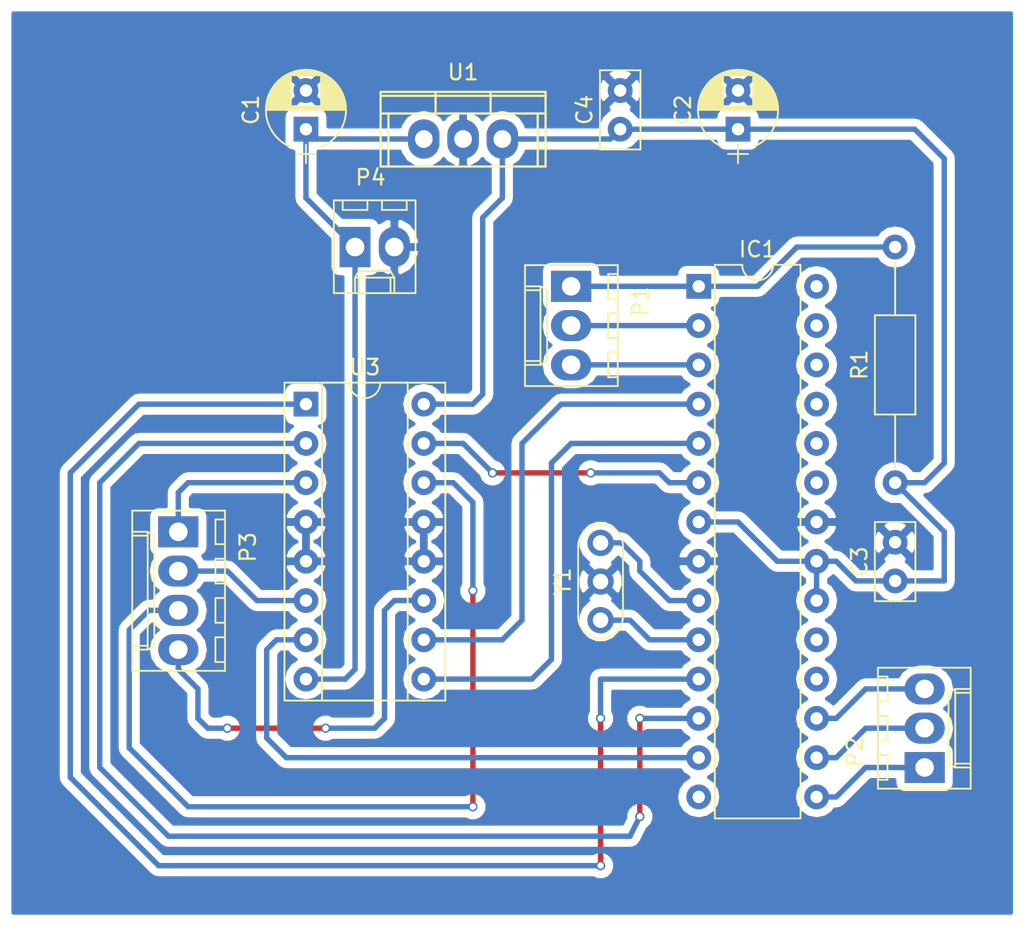
<source format=kicad_pcb>
(kicad_pcb (version 4) (host pcbnew 4.0.4-stable)

  (general
    (links 42)
    (no_connects 0)
    (area 164.364999 86.894999 230.605001 146.785001)
    (thickness 1.6)
    (drawings 5)
    (tracks 128)
    (zones 0)
    (modules 13)
    (nets 31)
  )

  (page A4)
  (layers
    (0 F.Cu signal)
    (31 B.Cu signal)
    (32 B.Adhes user hide)
    (33 F.Adhes user hide)
    (34 B.Paste user hide)
    (35 F.Paste user hide)
    (36 B.SilkS user hide)
    (37 F.SilkS user)
    (38 B.Mask user hide)
    (39 F.Mask user hide)
    (40 Dwgs.User user hide)
    (41 Cmts.User user hide)
    (42 Eco1.User user)
    (43 Eco2.User user)
    (44 Edge.Cuts user)
    (45 Margin user)
    (46 B.CrtYd user hide)
    (47 F.CrtYd user)
    (48 B.Fab user hide)
    (49 F.Fab user)
  )

  (setup
    (last_trace_width 0.25)
    (trace_clearance 0.2)
    (zone_clearance 0.508)
    (zone_45_only no)
    (trace_min 0.2)
    (segment_width 0.2)
    (edge_width 0.1)
    (via_size 0.6)
    (via_drill 0.4)
    (via_min_size 0.4)
    (via_min_drill 0.3)
    (uvia_size 0.3)
    (uvia_drill 0.1)
    (uvias_allowed no)
    (uvia_min_size 0.2)
    (uvia_min_drill 0.1)
    (pcb_text_width 0.3)
    (pcb_text_size 1.5 1.5)
    (mod_edge_width 0.15)
    (mod_text_size 1 1)
    (mod_text_width 0.15)
    (pad_size 1.5 1.5)
    (pad_drill 0.6)
    (pad_to_mask_clearance 0)
    (aux_axis_origin 0 0)
    (visible_elements FFFFFF7F)
    (pcbplotparams
      (layerselection 0x00030_80000001)
      (usegerberextensions false)
      (excludeedgelayer true)
      (linewidth 0.100000)
      (plotframeref false)
      (viasonmask false)
      (mode 1)
      (useauxorigin false)
      (hpglpennumber 1)
      (hpglpenspeed 20)
      (hpglpendiameter 15)
      (hpglpenoverlay 2)
      (psnegative false)
      (psa4output false)
      (plotreference true)
      (plotvalue true)
      (plotinvisibletext false)
      (padsonsilk false)
      (subtractmaskfromsilk false)
      (outputformat 1)
      (mirror false)
      (drillshape 1)
      (scaleselection 1)
      (outputdirectory ""))
  )

  (net 0 "")
  (net 1 +9V)
  (net 2 GND)
  (net 3 +5V)
  (net 4 RTS)
  (net 5 ch2)
  (net 6 Rx)
  (net 7 ch3)
  (net 8 Tx)
  (net 9 ch1)
  (net 10 m1_a)
  (net 11 "Net-(IC1-Pad18)")
  (net 12 m1_pwm)
  (net 13 "Net-(IC1-Pad19)")
  (net 14 m1_b)
  (net 15 xt2)
  (net 16 "Net-(IC1-Pad23)")
  (net 17 xt1)
  (net 18 "Net-(IC1-Pad24)")
  (net 19 m2_pwm)
  (net 20 "Net-(IC1-Pad25)")
  (net 21 m2_b)
  (net 22 "Net-(IC1-Pad26)")
  (net 23 m2_a)
  (net 24 "Net-(IC1-Pad27)")
  (net 25 "Net-(IC1-Pad14)")
  (net 26 "Net-(IC1-Pad28)")
  (net 27 motor1_x)
  (net 28 motor1_y)
  (net 29 motor2_x)
  (net 30 motor2_y)

  (net_class Default "This is the default net class."
    (clearance 0.2)
    (trace_width 0.25)
    (via_dia 0.6)
    (via_drill 0.4)
    (uvia_dia 0.3)
    (uvia_drill 0.1)
  )

  (net_class pistas ""
    (clearance 0.2)
    (trace_width 0.35)
    (via_dia 0.6)
    (via_drill 0.4)
    (uvia_dia 0.3)
    (uvia_drill 0.1)
    (add_net +5V)
    (add_net +9V)
    (add_net GND)
    (add_net "Net-(IC1-Pad14)")
    (add_net "Net-(IC1-Pad18)")
    (add_net "Net-(IC1-Pad19)")
    (add_net "Net-(IC1-Pad23)")
    (add_net "Net-(IC1-Pad24)")
    (add_net "Net-(IC1-Pad25)")
    (add_net "Net-(IC1-Pad26)")
    (add_net "Net-(IC1-Pad27)")
    (add_net "Net-(IC1-Pad28)")
    (add_net RTS)
    (add_net Rx)
    (add_net Tx)
    (add_net ch1)
    (add_net ch2)
    (add_net ch3)
    (add_net m1_a)
    (add_net m1_b)
    (add_net m1_pwm)
    (add_net m2_a)
    (add_net m2_b)
    (add_net m2_pwm)
    (add_net motor1_x)
    (add_net motor1_y)
    (add_net motor2_x)
    (add_net motor2_y)
    (add_net xt1)
    (add_net xt2)
  )

  (module Housings_DIP:DIP-16_W7.62mm_Socket (layer F.Cu) (tedit 586281B5) (tstamp 58B8DA82)
    (at 184.15 113.03)
    (descr "16-lead dip package, row spacing 7.62 mm (300 mils), Socket")
    (tags "DIL DIP PDIP 2.54mm 7.62mm 300mil Socket")
    (path /58B46E23)
    (fp_text reference U3 (at 3.81 -2.39) (layer F.SilkS)
      (effects (font (size 1 1) (thickness 0.15)))
    )
    (fp_text value SN754410 (at 3.81 20.17) (layer F.Fab)
      (effects (font (size 1 1) (thickness 0.15)))
    )
    (fp_arc (start 3.81 -1.39) (end 2.81 -1.39) (angle -180) (layer F.SilkS) (width 0.12))
    (fp_line (start 1.635 -1.27) (end 6.985 -1.27) (layer F.Fab) (width 0.1))
    (fp_line (start 6.985 -1.27) (end 6.985 19.05) (layer F.Fab) (width 0.1))
    (fp_line (start 6.985 19.05) (end 0.635 19.05) (layer F.Fab) (width 0.1))
    (fp_line (start 0.635 19.05) (end 0.635 -0.27) (layer F.Fab) (width 0.1))
    (fp_line (start 0.635 -0.27) (end 1.635 -1.27) (layer F.Fab) (width 0.1))
    (fp_line (start -1.27 -1.27) (end -1.27 19.05) (layer F.Fab) (width 0.1))
    (fp_line (start -1.27 19.05) (end 8.89 19.05) (layer F.Fab) (width 0.1))
    (fp_line (start 8.89 19.05) (end 8.89 -1.27) (layer F.Fab) (width 0.1))
    (fp_line (start 8.89 -1.27) (end -1.27 -1.27) (layer F.Fab) (width 0.1))
    (fp_line (start 2.81 -1.39) (end 1.04 -1.39) (layer F.SilkS) (width 0.12))
    (fp_line (start 1.04 -1.39) (end 1.04 19.17) (layer F.SilkS) (width 0.12))
    (fp_line (start 1.04 19.17) (end 6.58 19.17) (layer F.SilkS) (width 0.12))
    (fp_line (start 6.58 19.17) (end 6.58 -1.39) (layer F.SilkS) (width 0.12))
    (fp_line (start 6.58 -1.39) (end 4.81 -1.39) (layer F.SilkS) (width 0.12))
    (fp_line (start -1.39 -1.39) (end -1.39 19.17) (layer F.SilkS) (width 0.12))
    (fp_line (start -1.39 19.17) (end 9.01 19.17) (layer F.SilkS) (width 0.12))
    (fp_line (start 9.01 19.17) (end 9.01 -1.39) (layer F.SilkS) (width 0.12))
    (fp_line (start 9.01 -1.39) (end -1.39 -1.39) (layer F.SilkS) (width 0.12))
    (fp_line (start -1.7 -1.7) (end -1.7 19.5) (layer F.CrtYd) (width 0.05))
    (fp_line (start -1.7 19.5) (end 9.3 19.5) (layer F.CrtYd) (width 0.05))
    (fp_line (start 9.3 19.5) (end 9.3 -1.7) (layer F.CrtYd) (width 0.05))
    (fp_line (start 9.3 -1.7) (end -1.7 -1.7) (layer F.CrtYd) (width 0.05))
    (pad 1 thru_hole rect (at 0 0) (size 1.6 1.6) (drill 0.8) (layers *.Cu *.Mask)
      (net 19 m2_pwm))
    (pad 9 thru_hole oval (at 7.62 17.78) (size 1.6 1.6) (drill 0.8) (layers *.Cu *.Mask)
      (net 12 m1_pwm))
    (pad 2 thru_hole oval (at 0 2.54) (size 1.6 1.6) (drill 0.8) (layers *.Cu *.Mask)
      (net 21 m2_b))
    (pad 10 thru_hole oval (at 7.62 15.24) (size 1.6 1.6) (drill 0.8) (layers *.Cu *.Mask)
      (net 10 m1_a))
    (pad 3 thru_hole oval (at 0 5.08) (size 1.6 1.6) (drill 0.8) (layers *.Cu *.Mask)
      (net 27 motor1_x))
    (pad 11 thru_hole oval (at 7.62 12.7) (size 1.6 1.6) (drill 0.8) (layers *.Cu *.Mask)
      (net 30 motor2_y))
    (pad 4 thru_hole oval (at 0 7.62) (size 1.6 1.6) (drill 0.8) (layers *.Cu *.Mask)
      (net 2 GND))
    (pad 12 thru_hole oval (at 7.62 10.16) (size 1.6 1.6) (drill 0.8) (layers *.Cu *.Mask)
      (net 2 GND))
    (pad 5 thru_hole oval (at 0 10.16) (size 1.6 1.6) (drill 0.8) (layers *.Cu *.Mask)
      (net 2 GND))
    (pad 13 thru_hole oval (at 7.62 7.62) (size 1.6 1.6) (drill 0.8) (layers *.Cu *.Mask)
      (net 2 GND))
    (pad 6 thru_hole oval (at 0 12.7) (size 1.6 1.6) (drill 0.8) (layers *.Cu *.Mask)
      (net 28 motor1_y))
    (pad 14 thru_hole oval (at 7.62 5.08) (size 1.6 1.6) (drill 0.8) (layers *.Cu *.Mask)
      (net 29 motor2_x))
    (pad 7 thru_hole oval (at 0 15.24) (size 1.6 1.6) (drill 0.8) (layers *.Cu *.Mask)
      (net 23 m2_a))
    (pad 15 thru_hole oval (at 7.62 2.54) (size 1.6 1.6) (drill 0.8) (layers *.Cu *.Mask)
      (net 14 m1_b))
    (pad 8 thru_hole oval (at 0 17.78) (size 1.6 1.6) (drill 0.8) (layers *.Cu *.Mask)
      (net 1 +9V))
    (pad 16 thru_hole oval (at 7.62 0) (size 1.6 1.6) (drill 0.8) (layers *.Cu *.Mask)
      (net 3 +5V))
    (model Housings_DIP.3dshapes/DIP-16_W7.62mm_Socket.wrl
      (at (xyz 0 0 0))
      (scale (xyz 1 1 1))
      (rotate (xyz 0 0 0))
    )
  )

  (module Housings_DIP:DIP-28_W7.62mm (layer F.Cu) (tedit 586281B5) (tstamp 58B8D9B0)
    (at 209.55 105.41)
    (descr "28-lead dip package, row spacing 7.62 mm (300 mils)")
    (tags "DIL DIP PDIP 2.54mm 7.62mm 300mil")
    (path /58A29A4B)
    (fp_text reference IC1 (at 3.81 -2.39) (layer F.SilkS)
      (effects (font (size 1 1) (thickness 0.15)))
    )
    (fp_text value ATMEGA328-P (at 3.81 35.41) (layer F.Fab)
      (effects (font (size 1 1) (thickness 0.15)))
    )
    (fp_arc (start 3.81 -1.39) (end 2.81 -1.39) (angle -180) (layer F.SilkS) (width 0.12))
    (fp_line (start 1.635 -1.27) (end 6.985 -1.27) (layer F.Fab) (width 0.1))
    (fp_line (start 6.985 -1.27) (end 6.985 34.29) (layer F.Fab) (width 0.1))
    (fp_line (start 6.985 34.29) (end 0.635 34.29) (layer F.Fab) (width 0.1))
    (fp_line (start 0.635 34.29) (end 0.635 -0.27) (layer F.Fab) (width 0.1))
    (fp_line (start 0.635 -0.27) (end 1.635 -1.27) (layer F.Fab) (width 0.1))
    (fp_line (start 2.81 -1.39) (end 1.04 -1.39) (layer F.SilkS) (width 0.12))
    (fp_line (start 1.04 -1.39) (end 1.04 34.41) (layer F.SilkS) (width 0.12))
    (fp_line (start 1.04 34.41) (end 6.58 34.41) (layer F.SilkS) (width 0.12))
    (fp_line (start 6.58 34.41) (end 6.58 -1.39) (layer F.SilkS) (width 0.12))
    (fp_line (start 6.58 -1.39) (end 4.81 -1.39) (layer F.SilkS) (width 0.12))
    (fp_line (start -1.1 -1.6) (end -1.1 34.6) (layer F.CrtYd) (width 0.05))
    (fp_line (start -1.1 34.6) (end 8.7 34.6) (layer F.CrtYd) (width 0.05))
    (fp_line (start 8.7 34.6) (end 8.7 -1.6) (layer F.CrtYd) (width 0.05))
    (fp_line (start 8.7 -1.6) (end -1.1 -1.6) (layer F.CrtYd) (width 0.05))
    (pad 1 thru_hole rect (at 0 0) (size 1.6 1.6) (drill 0.8) (layers *.Cu *.Mask)
      (net 4 RTS))
    (pad 15 thru_hole oval (at 7.62 33.02) (size 1.6 1.6) (drill 0.8) (layers *.Cu *.Mask)
      (net 5 ch2))
    (pad 2 thru_hole oval (at 0 2.54) (size 1.6 1.6) (drill 0.8) (layers *.Cu *.Mask)
      (net 6 Rx))
    (pad 16 thru_hole oval (at 7.62 30.48) (size 1.6 1.6) (drill 0.8) (layers *.Cu *.Mask)
      (net 7 ch3))
    (pad 3 thru_hole oval (at 0 5.08) (size 1.6 1.6) (drill 0.8) (layers *.Cu *.Mask)
      (net 8 Tx))
    (pad 17 thru_hole oval (at 7.62 27.94) (size 1.6 1.6) (drill 0.8) (layers *.Cu *.Mask)
      (net 9 ch1))
    (pad 4 thru_hole oval (at 0 7.62) (size 1.6 1.6) (drill 0.8) (layers *.Cu *.Mask)
      (net 10 m1_a))
    (pad 18 thru_hole oval (at 7.62 25.4) (size 1.6 1.6) (drill 0.8) (layers *.Cu *.Mask)
      (net 11 "Net-(IC1-Pad18)"))
    (pad 5 thru_hole oval (at 0 10.16) (size 1.6 1.6) (drill 0.8) (layers *.Cu *.Mask)
      (net 12 m1_pwm))
    (pad 19 thru_hole oval (at 7.62 22.86) (size 1.6 1.6) (drill 0.8) (layers *.Cu *.Mask)
      (net 13 "Net-(IC1-Pad19)"))
    (pad 6 thru_hole oval (at 0 12.7) (size 1.6 1.6) (drill 0.8) (layers *.Cu *.Mask)
      (net 14 m1_b))
    (pad 20 thru_hole oval (at 7.62 20.32) (size 1.6 1.6) (drill 0.8) (layers *.Cu *.Mask)
      (net 3 +5V))
    (pad 7 thru_hole oval (at 0 15.24) (size 1.6 1.6) (drill 0.8) (layers *.Cu *.Mask)
      (net 3 +5V))
    (pad 21 thru_hole oval (at 7.62 17.78) (size 1.6 1.6) (drill 0.8) (layers *.Cu *.Mask)
      (net 3 +5V))
    (pad 8 thru_hole oval (at 0 17.78) (size 1.6 1.6) (drill 0.8) (layers *.Cu *.Mask)
      (net 2 GND))
    (pad 22 thru_hole oval (at 7.62 15.24) (size 1.6 1.6) (drill 0.8) (layers *.Cu *.Mask)
      (net 2 GND))
    (pad 9 thru_hole oval (at 0 20.32) (size 1.6 1.6) (drill 0.8) (layers *.Cu *.Mask)
      (net 15 xt2))
    (pad 23 thru_hole oval (at 7.62 12.7) (size 1.6 1.6) (drill 0.8) (layers *.Cu *.Mask)
      (net 16 "Net-(IC1-Pad23)"))
    (pad 10 thru_hole oval (at 0 22.86) (size 1.6 1.6) (drill 0.8) (layers *.Cu *.Mask)
      (net 17 xt1))
    (pad 24 thru_hole oval (at 7.62 10.16) (size 1.6 1.6) (drill 0.8) (layers *.Cu *.Mask)
      (net 18 "Net-(IC1-Pad24)"))
    (pad 11 thru_hole oval (at 0 25.4) (size 1.6 1.6) (drill 0.8) (layers *.Cu *.Mask)
      (net 19 m2_pwm))
    (pad 25 thru_hole oval (at 7.62 7.62) (size 1.6 1.6) (drill 0.8) (layers *.Cu *.Mask)
      (net 20 "Net-(IC1-Pad25)"))
    (pad 12 thru_hole oval (at 0 27.94) (size 1.6 1.6) (drill 0.8) (layers *.Cu *.Mask)
      (net 21 m2_b))
    (pad 26 thru_hole oval (at 7.62 5.08) (size 1.6 1.6) (drill 0.8) (layers *.Cu *.Mask)
      (net 22 "Net-(IC1-Pad26)"))
    (pad 13 thru_hole oval (at 0 30.48) (size 1.6 1.6) (drill 0.8) (layers *.Cu *.Mask)
      (net 23 m2_a))
    (pad 27 thru_hole oval (at 7.62 2.54) (size 1.6 1.6) (drill 0.8) (layers *.Cu *.Mask)
      (net 24 "Net-(IC1-Pad27)"))
    (pad 14 thru_hole oval (at 0 33.02) (size 1.6 1.6) (drill 0.8) (layers *.Cu *.Mask)
      (net 25 "Net-(IC1-Pad14)"))
    (pad 28 thru_hole oval (at 7.62 0) (size 1.6 1.6) (drill 0.8) (layers *.Cu *.Mask)
      (net 26 "Net-(IC1-Pad28)"))
    (model Housings_DIP.3dshapes/DIP-28_W7.62mm.wrl
      (at (xyz 0 0 0))
      (scale (xyz 1 1 1))
      (rotate (xyz 0 0 0))
    )
  )

  (module Capacitors_ThroughHole:CP_Radial_D5.0mm_P2.50mm (layer F.Cu) (tedit 58765D06) (tstamp 58B8D8D9)
    (at 184.15 95.25 90)
    (descr "CP, Radial series, Radial, pin pitch=2.50mm, , diameter=5mm, Electrolytic Capacitor")
    (tags "CP Radial series Radial pin pitch 2.50mm  diameter 5mm Electrolytic Capacitor")
    (path /58A3AB4E)
    (fp_text reference C1 (at 1.25 -3.56 90) (layer F.SilkS)
      (effects (font (size 1 1) (thickness 0.15)))
    )
    (fp_text value 10uF (at 1.25 3.56 90) (layer F.Fab)
      (effects (font (size 1 1) (thickness 0.15)))
    )
    (fp_arc (start 1.25 0) (end -1.147436 -0.98) (angle 135.5) (layer F.SilkS) (width 0.12))
    (fp_arc (start 1.25 0) (end -1.147436 0.98) (angle -135.5) (layer F.SilkS) (width 0.12))
    (fp_arc (start 1.25 0) (end 3.647436 -0.98) (angle 44.5) (layer F.SilkS) (width 0.12))
    (fp_circle (center 1.25 0) (end 3.75 0) (layer F.Fab) (width 0.1))
    (fp_line (start -2.2 0) (end -1 0) (layer F.Fab) (width 0.1))
    (fp_line (start -1.6 -0.65) (end -1.6 0.65) (layer F.Fab) (width 0.1))
    (fp_line (start 1.25 -2.55) (end 1.25 2.55) (layer F.SilkS) (width 0.12))
    (fp_line (start 1.29 -2.55) (end 1.29 2.55) (layer F.SilkS) (width 0.12))
    (fp_line (start 1.33 -2.549) (end 1.33 2.549) (layer F.SilkS) (width 0.12))
    (fp_line (start 1.37 -2.548) (end 1.37 2.548) (layer F.SilkS) (width 0.12))
    (fp_line (start 1.41 -2.546) (end 1.41 2.546) (layer F.SilkS) (width 0.12))
    (fp_line (start 1.45 -2.543) (end 1.45 2.543) (layer F.SilkS) (width 0.12))
    (fp_line (start 1.49 -2.539) (end 1.49 2.539) (layer F.SilkS) (width 0.12))
    (fp_line (start 1.53 -2.535) (end 1.53 -0.98) (layer F.SilkS) (width 0.12))
    (fp_line (start 1.53 0.98) (end 1.53 2.535) (layer F.SilkS) (width 0.12))
    (fp_line (start 1.57 -2.531) (end 1.57 -0.98) (layer F.SilkS) (width 0.12))
    (fp_line (start 1.57 0.98) (end 1.57 2.531) (layer F.SilkS) (width 0.12))
    (fp_line (start 1.61 -2.525) (end 1.61 -0.98) (layer F.SilkS) (width 0.12))
    (fp_line (start 1.61 0.98) (end 1.61 2.525) (layer F.SilkS) (width 0.12))
    (fp_line (start 1.65 -2.519) (end 1.65 -0.98) (layer F.SilkS) (width 0.12))
    (fp_line (start 1.65 0.98) (end 1.65 2.519) (layer F.SilkS) (width 0.12))
    (fp_line (start 1.69 -2.513) (end 1.69 -0.98) (layer F.SilkS) (width 0.12))
    (fp_line (start 1.69 0.98) (end 1.69 2.513) (layer F.SilkS) (width 0.12))
    (fp_line (start 1.73 -2.506) (end 1.73 -0.98) (layer F.SilkS) (width 0.12))
    (fp_line (start 1.73 0.98) (end 1.73 2.506) (layer F.SilkS) (width 0.12))
    (fp_line (start 1.77 -2.498) (end 1.77 -0.98) (layer F.SilkS) (width 0.12))
    (fp_line (start 1.77 0.98) (end 1.77 2.498) (layer F.SilkS) (width 0.12))
    (fp_line (start 1.81 -2.489) (end 1.81 -0.98) (layer F.SilkS) (width 0.12))
    (fp_line (start 1.81 0.98) (end 1.81 2.489) (layer F.SilkS) (width 0.12))
    (fp_line (start 1.85 -2.48) (end 1.85 -0.98) (layer F.SilkS) (width 0.12))
    (fp_line (start 1.85 0.98) (end 1.85 2.48) (layer F.SilkS) (width 0.12))
    (fp_line (start 1.89 -2.47) (end 1.89 -0.98) (layer F.SilkS) (width 0.12))
    (fp_line (start 1.89 0.98) (end 1.89 2.47) (layer F.SilkS) (width 0.12))
    (fp_line (start 1.93 -2.46) (end 1.93 -0.98) (layer F.SilkS) (width 0.12))
    (fp_line (start 1.93 0.98) (end 1.93 2.46) (layer F.SilkS) (width 0.12))
    (fp_line (start 1.971 -2.448) (end 1.971 -0.98) (layer F.SilkS) (width 0.12))
    (fp_line (start 1.971 0.98) (end 1.971 2.448) (layer F.SilkS) (width 0.12))
    (fp_line (start 2.011 -2.436) (end 2.011 -0.98) (layer F.SilkS) (width 0.12))
    (fp_line (start 2.011 0.98) (end 2.011 2.436) (layer F.SilkS) (width 0.12))
    (fp_line (start 2.051 -2.424) (end 2.051 -0.98) (layer F.SilkS) (width 0.12))
    (fp_line (start 2.051 0.98) (end 2.051 2.424) (layer F.SilkS) (width 0.12))
    (fp_line (start 2.091 -2.41) (end 2.091 -0.98) (layer F.SilkS) (width 0.12))
    (fp_line (start 2.091 0.98) (end 2.091 2.41) (layer F.SilkS) (width 0.12))
    (fp_line (start 2.131 -2.396) (end 2.131 -0.98) (layer F.SilkS) (width 0.12))
    (fp_line (start 2.131 0.98) (end 2.131 2.396) (layer F.SilkS) (width 0.12))
    (fp_line (start 2.171 -2.382) (end 2.171 -0.98) (layer F.SilkS) (width 0.12))
    (fp_line (start 2.171 0.98) (end 2.171 2.382) (layer F.SilkS) (width 0.12))
    (fp_line (start 2.211 -2.366) (end 2.211 -0.98) (layer F.SilkS) (width 0.12))
    (fp_line (start 2.211 0.98) (end 2.211 2.366) (layer F.SilkS) (width 0.12))
    (fp_line (start 2.251 -2.35) (end 2.251 -0.98) (layer F.SilkS) (width 0.12))
    (fp_line (start 2.251 0.98) (end 2.251 2.35) (layer F.SilkS) (width 0.12))
    (fp_line (start 2.291 -2.333) (end 2.291 -0.98) (layer F.SilkS) (width 0.12))
    (fp_line (start 2.291 0.98) (end 2.291 2.333) (layer F.SilkS) (width 0.12))
    (fp_line (start 2.331 -2.315) (end 2.331 -0.98) (layer F.SilkS) (width 0.12))
    (fp_line (start 2.331 0.98) (end 2.331 2.315) (layer F.SilkS) (width 0.12))
    (fp_line (start 2.371 -2.296) (end 2.371 -0.98) (layer F.SilkS) (width 0.12))
    (fp_line (start 2.371 0.98) (end 2.371 2.296) (layer F.SilkS) (width 0.12))
    (fp_line (start 2.411 -2.276) (end 2.411 -0.98) (layer F.SilkS) (width 0.12))
    (fp_line (start 2.411 0.98) (end 2.411 2.276) (layer F.SilkS) (width 0.12))
    (fp_line (start 2.451 -2.256) (end 2.451 -0.98) (layer F.SilkS) (width 0.12))
    (fp_line (start 2.451 0.98) (end 2.451 2.256) (layer F.SilkS) (width 0.12))
    (fp_line (start 2.491 -2.234) (end 2.491 -0.98) (layer F.SilkS) (width 0.12))
    (fp_line (start 2.491 0.98) (end 2.491 2.234) (layer F.SilkS) (width 0.12))
    (fp_line (start 2.531 -2.212) (end 2.531 -0.98) (layer F.SilkS) (width 0.12))
    (fp_line (start 2.531 0.98) (end 2.531 2.212) (layer F.SilkS) (width 0.12))
    (fp_line (start 2.571 -2.189) (end 2.571 -0.98) (layer F.SilkS) (width 0.12))
    (fp_line (start 2.571 0.98) (end 2.571 2.189) (layer F.SilkS) (width 0.12))
    (fp_line (start 2.611 -2.165) (end 2.611 -0.98) (layer F.SilkS) (width 0.12))
    (fp_line (start 2.611 0.98) (end 2.611 2.165) (layer F.SilkS) (width 0.12))
    (fp_line (start 2.651 -2.14) (end 2.651 -0.98) (layer F.SilkS) (width 0.12))
    (fp_line (start 2.651 0.98) (end 2.651 2.14) (layer F.SilkS) (width 0.12))
    (fp_line (start 2.691 -2.113) (end 2.691 -0.98) (layer F.SilkS) (width 0.12))
    (fp_line (start 2.691 0.98) (end 2.691 2.113) (layer F.SilkS) (width 0.12))
    (fp_line (start 2.731 -2.086) (end 2.731 -0.98) (layer F.SilkS) (width 0.12))
    (fp_line (start 2.731 0.98) (end 2.731 2.086) (layer F.SilkS) (width 0.12))
    (fp_line (start 2.771 -2.058) (end 2.771 -0.98) (layer F.SilkS) (width 0.12))
    (fp_line (start 2.771 0.98) (end 2.771 2.058) (layer F.SilkS) (width 0.12))
    (fp_line (start 2.811 -2.028) (end 2.811 -0.98) (layer F.SilkS) (width 0.12))
    (fp_line (start 2.811 0.98) (end 2.811 2.028) (layer F.SilkS) (width 0.12))
    (fp_line (start 2.851 -1.997) (end 2.851 -0.98) (layer F.SilkS) (width 0.12))
    (fp_line (start 2.851 0.98) (end 2.851 1.997) (layer F.SilkS) (width 0.12))
    (fp_line (start 2.891 -1.965) (end 2.891 -0.98) (layer F.SilkS) (width 0.12))
    (fp_line (start 2.891 0.98) (end 2.891 1.965) (layer F.SilkS) (width 0.12))
    (fp_line (start 2.931 -1.932) (end 2.931 -0.98) (layer F.SilkS) (width 0.12))
    (fp_line (start 2.931 0.98) (end 2.931 1.932) (layer F.SilkS) (width 0.12))
    (fp_line (start 2.971 -1.897) (end 2.971 -0.98) (layer F.SilkS) (width 0.12))
    (fp_line (start 2.971 0.98) (end 2.971 1.897) (layer F.SilkS) (width 0.12))
    (fp_line (start 3.011 -1.861) (end 3.011 -0.98) (layer F.SilkS) (width 0.12))
    (fp_line (start 3.011 0.98) (end 3.011 1.861) (layer F.SilkS) (width 0.12))
    (fp_line (start 3.051 -1.823) (end 3.051 -0.98) (layer F.SilkS) (width 0.12))
    (fp_line (start 3.051 0.98) (end 3.051 1.823) (layer F.SilkS) (width 0.12))
    (fp_line (start 3.091 -1.783) (end 3.091 -0.98) (layer F.SilkS) (width 0.12))
    (fp_line (start 3.091 0.98) (end 3.091 1.783) (layer F.SilkS) (width 0.12))
    (fp_line (start 3.131 -1.742) (end 3.131 -0.98) (layer F.SilkS) (width 0.12))
    (fp_line (start 3.131 0.98) (end 3.131 1.742) (layer F.SilkS) (width 0.12))
    (fp_line (start 3.171 -1.699) (end 3.171 -0.98) (layer F.SilkS) (width 0.12))
    (fp_line (start 3.171 0.98) (end 3.171 1.699) (layer F.SilkS) (width 0.12))
    (fp_line (start 3.211 -1.654) (end 3.211 -0.98) (layer F.SilkS) (width 0.12))
    (fp_line (start 3.211 0.98) (end 3.211 1.654) (layer F.SilkS) (width 0.12))
    (fp_line (start 3.251 -1.606) (end 3.251 -0.98) (layer F.SilkS) (width 0.12))
    (fp_line (start 3.251 0.98) (end 3.251 1.606) (layer F.SilkS) (width 0.12))
    (fp_line (start 3.291 -1.556) (end 3.291 -0.98) (layer F.SilkS) (width 0.12))
    (fp_line (start 3.291 0.98) (end 3.291 1.556) (layer F.SilkS) (width 0.12))
    (fp_line (start 3.331 -1.504) (end 3.331 -0.98) (layer F.SilkS) (width 0.12))
    (fp_line (start 3.331 0.98) (end 3.331 1.504) (layer F.SilkS) (width 0.12))
    (fp_line (start 3.371 -1.448) (end 3.371 -0.98) (layer F.SilkS) (width 0.12))
    (fp_line (start 3.371 0.98) (end 3.371 1.448) (layer F.SilkS) (width 0.12))
    (fp_line (start 3.411 -1.39) (end 3.411 -0.98) (layer F.SilkS) (width 0.12))
    (fp_line (start 3.411 0.98) (end 3.411 1.39) (layer F.SilkS) (width 0.12))
    (fp_line (start 3.451 -1.327) (end 3.451 -0.98) (layer F.SilkS) (width 0.12))
    (fp_line (start 3.451 0.98) (end 3.451 1.327) (layer F.SilkS) (width 0.12))
    (fp_line (start 3.491 -1.261) (end 3.491 1.261) (layer F.SilkS) (width 0.12))
    (fp_line (start 3.531 -1.189) (end 3.531 1.189) (layer F.SilkS) (width 0.12))
    (fp_line (start 3.571 -1.112) (end 3.571 1.112) (layer F.SilkS) (width 0.12))
    (fp_line (start 3.611 -1.028) (end 3.611 1.028) (layer F.SilkS) (width 0.12))
    (fp_line (start 3.651 -0.934) (end 3.651 0.934) (layer F.SilkS) (width 0.12))
    (fp_line (start 3.691 -0.829) (end 3.691 0.829) (layer F.SilkS) (width 0.12))
    (fp_line (start 3.731 -0.707) (end 3.731 0.707) (layer F.SilkS) (width 0.12))
    (fp_line (start 3.771 -0.559) (end 3.771 0.559) (layer F.SilkS) (width 0.12))
    (fp_line (start 3.811 -0.354) (end 3.811 0.354) (layer F.SilkS) (width 0.12))
    (fp_line (start -2.2 0) (end -1 0) (layer F.SilkS) (width 0.12))
    (fp_line (start -1.6 -0.65) (end -1.6 0.65) (layer F.SilkS) (width 0.12))
    (fp_line (start -1.6 -2.85) (end -1.6 2.85) (layer F.CrtYd) (width 0.05))
    (fp_line (start -1.6 2.85) (end 4.1 2.85) (layer F.CrtYd) (width 0.05))
    (fp_line (start 4.1 2.85) (end 4.1 -2.85) (layer F.CrtYd) (width 0.05))
    (fp_line (start 4.1 -2.85) (end -1.6 -2.85) (layer F.CrtYd) (width 0.05))
    (pad 1 thru_hole rect (at 0 0 90) (size 1.6 1.6) (drill 0.8) (layers *.Cu *.Mask)
      (net 1 +9V))
    (pad 2 thru_hole circle (at 2.5 0 90) (size 1.6 1.6) (drill 0.8) (layers *.Cu *.Mask)
      (net 2 GND))
    (model Capacitors_THT.3dshapes/CP_Radial_D5.0mm_P2.50mm.wrl
      (at (xyz 0 0 0))
      (scale (xyz 0.393701 0.393701 0.393701))
      (rotate (xyz 0 0 0))
    )
  )

  (module Capacitors_ThroughHole:CP_Radial_D5.0mm_P2.50mm (layer F.Cu) (tedit 58765D06) (tstamp 58B8D95D)
    (at 212.09 95.25 90)
    (descr "CP, Radial series, Radial, pin pitch=2.50mm, , diameter=5mm, Electrolytic Capacitor")
    (tags "CP Radial series Radial pin pitch 2.50mm  diameter 5mm Electrolytic Capacitor")
    (path /58A3ABA9)
    (fp_text reference C2 (at 1.25 -3.56 90) (layer F.SilkS)
      (effects (font (size 1 1) (thickness 0.15)))
    )
    (fp_text value 10uF (at 1.25 3.56 90) (layer F.Fab)
      (effects (font (size 1 1) (thickness 0.15)))
    )
    (fp_arc (start 1.25 0) (end -1.147436 -0.98) (angle 135.5) (layer F.SilkS) (width 0.12))
    (fp_arc (start 1.25 0) (end -1.147436 0.98) (angle -135.5) (layer F.SilkS) (width 0.12))
    (fp_arc (start 1.25 0) (end 3.647436 -0.98) (angle 44.5) (layer F.SilkS) (width 0.12))
    (fp_circle (center 1.25 0) (end 3.75 0) (layer F.Fab) (width 0.1))
    (fp_line (start -2.2 0) (end -1 0) (layer F.Fab) (width 0.1))
    (fp_line (start -1.6 -0.65) (end -1.6 0.65) (layer F.Fab) (width 0.1))
    (fp_line (start 1.25 -2.55) (end 1.25 2.55) (layer F.SilkS) (width 0.12))
    (fp_line (start 1.29 -2.55) (end 1.29 2.55) (layer F.SilkS) (width 0.12))
    (fp_line (start 1.33 -2.549) (end 1.33 2.549) (layer F.SilkS) (width 0.12))
    (fp_line (start 1.37 -2.548) (end 1.37 2.548) (layer F.SilkS) (width 0.12))
    (fp_line (start 1.41 -2.546) (end 1.41 2.546) (layer F.SilkS) (width 0.12))
    (fp_line (start 1.45 -2.543) (end 1.45 2.543) (layer F.SilkS) (width 0.12))
    (fp_line (start 1.49 -2.539) (end 1.49 2.539) (layer F.SilkS) (width 0.12))
    (fp_line (start 1.53 -2.535) (end 1.53 -0.98) (layer F.SilkS) (width 0.12))
    (fp_line (start 1.53 0.98) (end 1.53 2.535) (layer F.SilkS) (width 0.12))
    (fp_line (start 1.57 -2.531) (end 1.57 -0.98) (layer F.SilkS) (width 0.12))
    (fp_line (start 1.57 0.98) (end 1.57 2.531) (layer F.SilkS) (width 0.12))
    (fp_line (start 1.61 -2.525) (end 1.61 -0.98) (layer F.SilkS) (width 0.12))
    (fp_line (start 1.61 0.98) (end 1.61 2.525) (layer F.SilkS) (width 0.12))
    (fp_line (start 1.65 -2.519) (end 1.65 -0.98) (layer F.SilkS) (width 0.12))
    (fp_line (start 1.65 0.98) (end 1.65 2.519) (layer F.SilkS) (width 0.12))
    (fp_line (start 1.69 -2.513) (end 1.69 -0.98) (layer F.SilkS) (width 0.12))
    (fp_line (start 1.69 0.98) (end 1.69 2.513) (layer F.SilkS) (width 0.12))
    (fp_line (start 1.73 -2.506) (end 1.73 -0.98) (layer F.SilkS) (width 0.12))
    (fp_line (start 1.73 0.98) (end 1.73 2.506) (layer F.SilkS) (width 0.12))
    (fp_line (start 1.77 -2.498) (end 1.77 -0.98) (layer F.SilkS) (width 0.12))
    (fp_line (start 1.77 0.98) (end 1.77 2.498) (layer F.SilkS) (width 0.12))
    (fp_line (start 1.81 -2.489) (end 1.81 -0.98) (layer F.SilkS) (width 0.12))
    (fp_line (start 1.81 0.98) (end 1.81 2.489) (layer F.SilkS) (width 0.12))
    (fp_line (start 1.85 -2.48) (end 1.85 -0.98) (layer F.SilkS) (width 0.12))
    (fp_line (start 1.85 0.98) (end 1.85 2.48) (layer F.SilkS) (width 0.12))
    (fp_line (start 1.89 -2.47) (end 1.89 -0.98) (layer F.SilkS) (width 0.12))
    (fp_line (start 1.89 0.98) (end 1.89 2.47) (layer F.SilkS) (width 0.12))
    (fp_line (start 1.93 -2.46) (end 1.93 -0.98) (layer F.SilkS) (width 0.12))
    (fp_line (start 1.93 0.98) (end 1.93 2.46) (layer F.SilkS) (width 0.12))
    (fp_line (start 1.971 -2.448) (end 1.971 -0.98) (layer F.SilkS) (width 0.12))
    (fp_line (start 1.971 0.98) (end 1.971 2.448) (layer F.SilkS) (width 0.12))
    (fp_line (start 2.011 -2.436) (end 2.011 -0.98) (layer F.SilkS) (width 0.12))
    (fp_line (start 2.011 0.98) (end 2.011 2.436) (layer F.SilkS) (width 0.12))
    (fp_line (start 2.051 -2.424) (end 2.051 -0.98) (layer F.SilkS) (width 0.12))
    (fp_line (start 2.051 0.98) (end 2.051 2.424) (layer F.SilkS) (width 0.12))
    (fp_line (start 2.091 -2.41) (end 2.091 -0.98) (layer F.SilkS) (width 0.12))
    (fp_line (start 2.091 0.98) (end 2.091 2.41) (layer F.SilkS) (width 0.12))
    (fp_line (start 2.131 -2.396) (end 2.131 -0.98) (layer F.SilkS) (width 0.12))
    (fp_line (start 2.131 0.98) (end 2.131 2.396) (layer F.SilkS) (width 0.12))
    (fp_line (start 2.171 -2.382) (end 2.171 -0.98) (layer F.SilkS) (width 0.12))
    (fp_line (start 2.171 0.98) (end 2.171 2.382) (layer F.SilkS) (width 0.12))
    (fp_line (start 2.211 -2.366) (end 2.211 -0.98) (layer F.SilkS) (width 0.12))
    (fp_line (start 2.211 0.98) (end 2.211 2.366) (layer F.SilkS) (width 0.12))
    (fp_line (start 2.251 -2.35) (end 2.251 -0.98) (layer F.SilkS) (width 0.12))
    (fp_line (start 2.251 0.98) (end 2.251 2.35) (layer F.SilkS) (width 0.12))
    (fp_line (start 2.291 -2.333) (end 2.291 -0.98) (layer F.SilkS) (width 0.12))
    (fp_line (start 2.291 0.98) (end 2.291 2.333) (layer F.SilkS) (width 0.12))
    (fp_line (start 2.331 -2.315) (end 2.331 -0.98) (layer F.SilkS) (width 0.12))
    (fp_line (start 2.331 0.98) (end 2.331 2.315) (layer F.SilkS) (width 0.12))
    (fp_line (start 2.371 -2.296) (end 2.371 -0.98) (layer F.SilkS) (width 0.12))
    (fp_line (start 2.371 0.98) (end 2.371 2.296) (layer F.SilkS) (width 0.12))
    (fp_line (start 2.411 -2.276) (end 2.411 -0.98) (layer F.SilkS) (width 0.12))
    (fp_line (start 2.411 0.98) (end 2.411 2.276) (layer F.SilkS) (width 0.12))
    (fp_line (start 2.451 -2.256) (end 2.451 -0.98) (layer F.SilkS) (width 0.12))
    (fp_line (start 2.451 0.98) (end 2.451 2.256) (layer F.SilkS) (width 0.12))
    (fp_line (start 2.491 -2.234) (end 2.491 -0.98) (layer F.SilkS) (width 0.12))
    (fp_line (start 2.491 0.98) (end 2.491 2.234) (layer F.SilkS) (width 0.12))
    (fp_line (start 2.531 -2.212) (end 2.531 -0.98) (layer F.SilkS) (width 0.12))
    (fp_line (start 2.531 0.98) (end 2.531 2.212) (layer F.SilkS) (width 0.12))
    (fp_line (start 2.571 -2.189) (end 2.571 -0.98) (layer F.SilkS) (width 0.12))
    (fp_line (start 2.571 0.98) (end 2.571 2.189) (layer F.SilkS) (width 0.12))
    (fp_line (start 2.611 -2.165) (end 2.611 -0.98) (layer F.SilkS) (width 0.12))
    (fp_line (start 2.611 0.98) (end 2.611 2.165) (layer F.SilkS) (width 0.12))
    (fp_line (start 2.651 -2.14) (end 2.651 -0.98) (layer F.SilkS) (width 0.12))
    (fp_line (start 2.651 0.98) (end 2.651 2.14) (layer F.SilkS) (width 0.12))
    (fp_line (start 2.691 -2.113) (end 2.691 -0.98) (layer F.SilkS) (width 0.12))
    (fp_line (start 2.691 0.98) (end 2.691 2.113) (layer F.SilkS) (width 0.12))
    (fp_line (start 2.731 -2.086) (end 2.731 -0.98) (layer F.SilkS) (width 0.12))
    (fp_line (start 2.731 0.98) (end 2.731 2.086) (layer F.SilkS) (width 0.12))
    (fp_line (start 2.771 -2.058) (end 2.771 -0.98) (layer F.SilkS) (width 0.12))
    (fp_line (start 2.771 0.98) (end 2.771 2.058) (layer F.SilkS) (width 0.12))
    (fp_line (start 2.811 -2.028) (end 2.811 -0.98) (layer F.SilkS) (width 0.12))
    (fp_line (start 2.811 0.98) (end 2.811 2.028) (layer F.SilkS) (width 0.12))
    (fp_line (start 2.851 -1.997) (end 2.851 -0.98) (layer F.SilkS) (width 0.12))
    (fp_line (start 2.851 0.98) (end 2.851 1.997) (layer F.SilkS) (width 0.12))
    (fp_line (start 2.891 -1.965) (end 2.891 -0.98) (layer F.SilkS) (width 0.12))
    (fp_line (start 2.891 0.98) (end 2.891 1.965) (layer F.SilkS) (width 0.12))
    (fp_line (start 2.931 -1.932) (end 2.931 -0.98) (layer F.SilkS) (width 0.12))
    (fp_line (start 2.931 0.98) (end 2.931 1.932) (layer F.SilkS) (width 0.12))
    (fp_line (start 2.971 -1.897) (end 2.971 -0.98) (layer F.SilkS) (width 0.12))
    (fp_line (start 2.971 0.98) (end 2.971 1.897) (layer F.SilkS) (width 0.12))
    (fp_line (start 3.011 -1.861) (end 3.011 -0.98) (layer F.SilkS) (width 0.12))
    (fp_line (start 3.011 0.98) (end 3.011 1.861) (layer F.SilkS) (width 0.12))
    (fp_line (start 3.051 -1.823) (end 3.051 -0.98) (layer F.SilkS) (width 0.12))
    (fp_line (start 3.051 0.98) (end 3.051 1.823) (layer F.SilkS) (width 0.12))
    (fp_line (start 3.091 -1.783) (end 3.091 -0.98) (layer F.SilkS) (width 0.12))
    (fp_line (start 3.091 0.98) (end 3.091 1.783) (layer F.SilkS) (width 0.12))
    (fp_line (start 3.131 -1.742) (end 3.131 -0.98) (layer F.SilkS) (width 0.12))
    (fp_line (start 3.131 0.98) (end 3.131 1.742) (layer F.SilkS) (width 0.12))
    (fp_line (start 3.171 -1.699) (end 3.171 -0.98) (layer F.SilkS) (width 0.12))
    (fp_line (start 3.171 0.98) (end 3.171 1.699) (layer F.SilkS) (width 0.12))
    (fp_line (start 3.211 -1.654) (end 3.211 -0.98) (layer F.SilkS) (width 0.12))
    (fp_line (start 3.211 0.98) (end 3.211 1.654) (layer F.SilkS) (width 0.12))
    (fp_line (start 3.251 -1.606) (end 3.251 -0.98) (layer F.SilkS) (width 0.12))
    (fp_line (start 3.251 0.98) (end 3.251 1.606) (layer F.SilkS) (width 0.12))
    (fp_line (start 3.291 -1.556) (end 3.291 -0.98) (layer F.SilkS) (width 0.12))
    (fp_line (start 3.291 0.98) (end 3.291 1.556) (layer F.SilkS) (width 0.12))
    (fp_line (start 3.331 -1.504) (end 3.331 -0.98) (layer F.SilkS) (width 0.12))
    (fp_line (start 3.331 0.98) (end 3.331 1.504) (layer F.SilkS) (width 0.12))
    (fp_line (start 3.371 -1.448) (end 3.371 -0.98) (layer F.SilkS) (width 0.12))
    (fp_line (start 3.371 0.98) (end 3.371 1.448) (layer F.SilkS) (width 0.12))
    (fp_line (start 3.411 -1.39) (end 3.411 -0.98) (layer F.SilkS) (width 0.12))
    (fp_line (start 3.411 0.98) (end 3.411 1.39) (layer F.SilkS) (width 0.12))
    (fp_line (start 3.451 -1.327) (end 3.451 -0.98) (layer F.SilkS) (width 0.12))
    (fp_line (start 3.451 0.98) (end 3.451 1.327) (layer F.SilkS) (width 0.12))
    (fp_line (start 3.491 -1.261) (end 3.491 1.261) (layer F.SilkS) (width 0.12))
    (fp_line (start 3.531 -1.189) (end 3.531 1.189) (layer F.SilkS) (width 0.12))
    (fp_line (start 3.571 -1.112) (end 3.571 1.112) (layer F.SilkS) (width 0.12))
    (fp_line (start 3.611 -1.028) (end 3.611 1.028) (layer F.SilkS) (width 0.12))
    (fp_line (start 3.651 -0.934) (end 3.651 0.934) (layer F.SilkS) (width 0.12))
    (fp_line (start 3.691 -0.829) (end 3.691 0.829) (layer F.SilkS) (width 0.12))
    (fp_line (start 3.731 -0.707) (end 3.731 0.707) (layer F.SilkS) (width 0.12))
    (fp_line (start 3.771 -0.559) (end 3.771 0.559) (layer F.SilkS) (width 0.12))
    (fp_line (start 3.811 -0.354) (end 3.811 0.354) (layer F.SilkS) (width 0.12))
    (fp_line (start -2.2 0) (end -1 0) (layer F.SilkS) (width 0.12))
    (fp_line (start -1.6 -0.65) (end -1.6 0.65) (layer F.SilkS) (width 0.12))
    (fp_line (start -1.6 -2.85) (end -1.6 2.85) (layer F.CrtYd) (width 0.05))
    (fp_line (start -1.6 2.85) (end 4.1 2.85) (layer F.CrtYd) (width 0.05))
    (fp_line (start 4.1 2.85) (end 4.1 -2.85) (layer F.CrtYd) (width 0.05))
    (fp_line (start 4.1 -2.85) (end -1.6 -2.85) (layer F.CrtYd) (width 0.05))
    (pad 1 thru_hole rect (at 0 0 90) (size 1.6 1.6) (drill 0.8) (layers *.Cu *.Mask)
      (net 3 +5V))
    (pad 2 thru_hole circle (at 2.5 0 90) (size 1.6 1.6) (drill 0.8) (layers *.Cu *.Mask)
      (net 2 GND))
    (model Capacitors_THT.3dshapes/CP_Radial_D5.0mm_P2.50mm.wrl
      (at (xyz 0 0 0))
      (scale (xyz 0.393701 0.393701 0.393701))
      (rotate (xyz 0 0 0))
    )
  )

  (module Capacitors_ThroughHole:C_Disc_D5.0mm_W2.5mm_P2.50mm (layer F.Cu) (tedit 58765D06) (tstamp 58B8D96F)
    (at 222.25 124.46 90)
    (descr "C, Disc series, Radial, pin pitch=2.50mm, , diameter*width=5*2.5mm^2, Capacitor, http://cdn-reichelt.de/documents/datenblatt/B300/DS_KERKO_TC.pdf")
    (tags "C Disc series Radial pin pitch 2.50mm  diameter 5mm width 2.5mm Capacitor")
    (path /58A3ABD6)
    (fp_text reference C3 (at 1.25 -2.31 90) (layer F.SilkS)
      (effects (font (size 1 1) (thickness 0.15)))
    )
    (fp_text value 100nF (at 1.25 2.31 90) (layer F.Fab)
      (effects (font (size 1 1) (thickness 0.15)))
    )
    (fp_line (start -1.25 -1.25) (end -1.25 1.25) (layer F.Fab) (width 0.1))
    (fp_line (start -1.25 1.25) (end 3.75 1.25) (layer F.Fab) (width 0.1))
    (fp_line (start 3.75 1.25) (end 3.75 -1.25) (layer F.Fab) (width 0.1))
    (fp_line (start 3.75 -1.25) (end -1.25 -1.25) (layer F.Fab) (width 0.1))
    (fp_line (start -1.31 -1.31) (end 3.81 -1.31) (layer F.SilkS) (width 0.12))
    (fp_line (start -1.31 1.31) (end 3.81 1.31) (layer F.SilkS) (width 0.12))
    (fp_line (start -1.31 -1.31) (end -1.31 1.31) (layer F.SilkS) (width 0.12))
    (fp_line (start 3.81 -1.31) (end 3.81 1.31) (layer F.SilkS) (width 0.12))
    (fp_line (start -1.6 -1.6) (end -1.6 1.6) (layer F.CrtYd) (width 0.05))
    (fp_line (start -1.6 1.6) (end 4.1 1.6) (layer F.CrtYd) (width 0.05))
    (fp_line (start 4.1 1.6) (end 4.1 -1.6) (layer F.CrtYd) (width 0.05))
    (fp_line (start 4.1 -1.6) (end -1.6 -1.6) (layer F.CrtYd) (width 0.05))
    (pad 1 thru_hole circle (at 0 0 90) (size 1.6 1.6) (drill 0.8) (layers *.Cu *.Mask)
      (net 3 +5V))
    (pad 2 thru_hole circle (at 2.5 0 90) (size 1.6 1.6) (drill 0.8) (layers *.Cu *.Mask)
      (net 2 GND))
    (model Capacitors_THT.3dshapes/C_Disc_D5.0mm_W2.5mm_P2.50mm.wrl
      (at (xyz 0 0 0))
      (scale (xyz 0.393701 0.393701 0.393701))
      (rotate (xyz 0 0 0))
    )
  )

  (module Capacitors_ThroughHole:C_Disc_D5.0mm_W2.5mm_P2.50mm (layer F.Cu) (tedit 58765D06) (tstamp 58B8D981)
    (at 204.47 95.25 90)
    (descr "C, Disc series, Radial, pin pitch=2.50mm, , diameter*width=5*2.5mm^2, Capacitor, http://cdn-reichelt.de/documents/datenblatt/B300/DS_KERKO_TC.pdf")
    (tags "C Disc series Radial pin pitch 2.50mm  diameter 5mm width 2.5mm Capacitor")
    (path /58B789B2)
    (fp_text reference C4 (at 1.25 -2.31 90) (layer F.SilkS)
      (effects (font (size 1 1) (thickness 0.15)))
    )
    (fp_text value 100nF (at 1.25 2.31 90) (layer F.Fab)
      (effects (font (size 1 1) (thickness 0.15)))
    )
    (fp_line (start -1.25 -1.25) (end -1.25 1.25) (layer F.Fab) (width 0.1))
    (fp_line (start -1.25 1.25) (end 3.75 1.25) (layer F.Fab) (width 0.1))
    (fp_line (start 3.75 1.25) (end 3.75 -1.25) (layer F.Fab) (width 0.1))
    (fp_line (start 3.75 -1.25) (end -1.25 -1.25) (layer F.Fab) (width 0.1))
    (fp_line (start -1.31 -1.31) (end 3.81 -1.31) (layer F.SilkS) (width 0.12))
    (fp_line (start -1.31 1.31) (end 3.81 1.31) (layer F.SilkS) (width 0.12))
    (fp_line (start -1.31 -1.31) (end -1.31 1.31) (layer F.SilkS) (width 0.12))
    (fp_line (start 3.81 -1.31) (end 3.81 1.31) (layer F.SilkS) (width 0.12))
    (fp_line (start -1.6 -1.6) (end -1.6 1.6) (layer F.CrtYd) (width 0.05))
    (fp_line (start -1.6 1.6) (end 4.1 1.6) (layer F.CrtYd) (width 0.05))
    (fp_line (start 4.1 1.6) (end 4.1 -1.6) (layer F.CrtYd) (width 0.05))
    (fp_line (start 4.1 -1.6) (end -1.6 -1.6) (layer F.CrtYd) (width 0.05))
    (pad 1 thru_hole circle (at 0 0 90) (size 1.6 1.6) (drill 0.8) (layers *.Cu *.Mask)
      (net 3 +5V))
    (pad 2 thru_hole circle (at 2.5 0 90) (size 1.6 1.6) (drill 0.8) (layers *.Cu *.Mask)
      (net 2 GND))
    (model Capacitors_THT.3dshapes/C_Disc_D5.0mm_W2.5mm_P2.50mm.wrl
      (at (xyz 0 0 0))
      (scale (xyz 0.393701 0.393701 0.393701))
      (rotate (xyz 0 0 0))
    )
  )

  (module Connectors_Molex:Molex_KK-6410-03_03x2.54mm_Straight (layer F.Cu) (tedit 56C6219D) (tstamp 58B8D9D0)
    (at 201.295 105.41 270)
    (descr "Connector Headers with Friction Lock, 22-27-2031, http://www.molex.com/pdm_docs/sd/022272021_sd.pdf")
    (tags "connector molex kk_6410 22-27-2031")
    (path /58B780F9)
    (fp_text reference P1 (at 1 -4.5 270) (layer F.SilkS)
      (effects (font (size 1 1) (thickness 0.15)))
    )
    (fp_text value "Arduino Programmer" (at 2.54 4.5 270) (layer F.Fab)
      (effects (font (size 1 1) (thickness 0.15)))
    )
    (fp_line (start -1.37 -3.02) (end -1.37 2.98) (layer F.SilkS) (width 0.12))
    (fp_line (start -1.37 2.98) (end 6.45 2.98) (layer F.SilkS) (width 0.12))
    (fp_line (start 6.45 2.98) (end 6.45 -3.02) (layer F.SilkS) (width 0.12))
    (fp_line (start 6.45 -3.02) (end -1.37 -3.02) (layer F.SilkS) (width 0.12))
    (fp_line (start 0 2.98) (end 0 1.98) (layer F.SilkS) (width 0.12))
    (fp_line (start 0 1.98) (end 5.08 1.98) (layer F.SilkS) (width 0.12))
    (fp_line (start 5.08 1.98) (end 5.08 2.98) (layer F.SilkS) (width 0.12))
    (fp_line (start 0 1.98) (end 0.25 1.55) (layer F.SilkS) (width 0.12))
    (fp_line (start 0.25 1.55) (end 4.83 1.55) (layer F.SilkS) (width 0.12))
    (fp_line (start 4.83 1.55) (end 5.08 1.98) (layer F.SilkS) (width 0.12))
    (fp_line (start 0.25 2.98) (end 0.25 1.98) (layer F.SilkS) (width 0.12))
    (fp_line (start 4.83 2.98) (end 4.83 1.98) (layer F.SilkS) (width 0.12))
    (fp_line (start -0.8 -3.02) (end -0.8 -2.4) (layer F.SilkS) (width 0.12))
    (fp_line (start -0.8 -2.4) (end 0.8 -2.4) (layer F.SilkS) (width 0.12))
    (fp_line (start 0.8 -2.4) (end 0.8 -3.02) (layer F.SilkS) (width 0.12))
    (fp_line (start 1.74 -3.02) (end 1.74 -2.4) (layer F.SilkS) (width 0.12))
    (fp_line (start 1.74 -2.4) (end 3.34 -2.4) (layer F.SilkS) (width 0.12))
    (fp_line (start 3.34 -2.4) (end 3.34 -3.02) (layer F.SilkS) (width 0.12))
    (fp_line (start 4.28 -3.02) (end 4.28 -2.4) (layer F.SilkS) (width 0.12))
    (fp_line (start 4.28 -2.4) (end 5.88 -2.4) (layer F.SilkS) (width 0.12))
    (fp_line (start 5.88 -2.4) (end 5.88 -3.02) (layer F.SilkS) (width 0.12))
    (fp_line (start -1.9 3.5) (end -1.9 -3.55) (layer F.CrtYd) (width 0.05))
    (fp_line (start -1.9 -3.55) (end 7 -3.55) (layer F.CrtYd) (width 0.05))
    (fp_line (start 7 -3.55) (end 7 3.5) (layer F.CrtYd) (width 0.05))
    (fp_line (start 7 3.5) (end -1.9 3.5) (layer F.CrtYd) (width 0.05))
    (pad 1 thru_hole rect (at 0 0 270) (size 2 2.6) (drill 1.2) (layers *.Cu *.Mask)
      (net 4 RTS))
    (pad 2 thru_hole oval (at 2.54 0 270) (size 2 2.6) (drill 1.2) (layers *.Cu *.Mask)
      (net 6 Rx))
    (pad 3 thru_hole oval (at 5.08 0 270) (size 2 2.6) (drill 1.2) (layers *.Cu *.Mask)
      (net 8 Tx))
  )

  (module Connectors_Molex:Molex_KK-6410-03_03x2.54mm_Straight (layer F.Cu) (tedit 56C6219D) (tstamp 58B8D9F0)
    (at 224.155 136.525 90)
    (descr "Connector Headers with Friction Lock, 22-27-2031, http://www.molex.com/pdm_docs/sd/022272021_sd.pdf")
    (tags "connector molex kk_6410 22-27-2031")
    (path /58B785A9)
    (fp_text reference P2 (at 1 -4.5 90) (layer F.SilkS)
      (effects (font (size 1 1) (thickness 0.15)))
    )
    (fp_text value X8R (at 2.54 4.5 90) (layer F.Fab)
      (effects (font (size 1 1) (thickness 0.15)))
    )
    (fp_line (start -1.37 -3.02) (end -1.37 2.98) (layer F.SilkS) (width 0.12))
    (fp_line (start -1.37 2.98) (end 6.45 2.98) (layer F.SilkS) (width 0.12))
    (fp_line (start 6.45 2.98) (end 6.45 -3.02) (layer F.SilkS) (width 0.12))
    (fp_line (start 6.45 -3.02) (end -1.37 -3.02) (layer F.SilkS) (width 0.12))
    (fp_line (start 0 2.98) (end 0 1.98) (layer F.SilkS) (width 0.12))
    (fp_line (start 0 1.98) (end 5.08 1.98) (layer F.SilkS) (width 0.12))
    (fp_line (start 5.08 1.98) (end 5.08 2.98) (layer F.SilkS) (width 0.12))
    (fp_line (start 0 1.98) (end 0.25 1.55) (layer F.SilkS) (width 0.12))
    (fp_line (start 0.25 1.55) (end 4.83 1.55) (layer F.SilkS) (width 0.12))
    (fp_line (start 4.83 1.55) (end 5.08 1.98) (layer F.SilkS) (width 0.12))
    (fp_line (start 0.25 2.98) (end 0.25 1.98) (layer F.SilkS) (width 0.12))
    (fp_line (start 4.83 2.98) (end 4.83 1.98) (layer F.SilkS) (width 0.12))
    (fp_line (start -0.8 -3.02) (end -0.8 -2.4) (layer F.SilkS) (width 0.12))
    (fp_line (start -0.8 -2.4) (end 0.8 -2.4) (layer F.SilkS) (width 0.12))
    (fp_line (start 0.8 -2.4) (end 0.8 -3.02) (layer F.SilkS) (width 0.12))
    (fp_line (start 1.74 -3.02) (end 1.74 -2.4) (layer F.SilkS) (width 0.12))
    (fp_line (start 1.74 -2.4) (end 3.34 -2.4) (layer F.SilkS) (width 0.12))
    (fp_line (start 3.34 -2.4) (end 3.34 -3.02) (layer F.SilkS) (width 0.12))
    (fp_line (start 4.28 -3.02) (end 4.28 -2.4) (layer F.SilkS) (width 0.12))
    (fp_line (start 4.28 -2.4) (end 5.88 -2.4) (layer F.SilkS) (width 0.12))
    (fp_line (start 5.88 -2.4) (end 5.88 -3.02) (layer F.SilkS) (width 0.12))
    (fp_line (start -1.9 3.5) (end -1.9 -3.55) (layer F.CrtYd) (width 0.05))
    (fp_line (start -1.9 -3.55) (end 7 -3.55) (layer F.CrtYd) (width 0.05))
    (fp_line (start 7 -3.55) (end 7 3.5) (layer F.CrtYd) (width 0.05))
    (fp_line (start 7 3.5) (end -1.9 3.5) (layer F.CrtYd) (width 0.05))
    (pad 1 thru_hole rect (at 0 0 90) (size 2 2.6) (drill 1.2) (layers *.Cu *.Mask)
      (net 5 ch2))
    (pad 2 thru_hole oval (at 2.54 0 90) (size 2 2.6) (drill 1.2) (layers *.Cu *.Mask)
      (net 7 ch3))
    (pad 3 thru_hole oval (at 5.08 0 90) (size 2 2.6) (drill 1.2) (layers *.Cu *.Mask)
      (net 9 ch1))
  )

  (module Connectors_Molex:Molex_KK-6410-04_04x2.54mm_Straight (layer F.Cu) (tedit 56C6219D) (tstamp 58B8DA14)
    (at 175.895 121.285 270)
    (descr "Connector Headers with Friction Lock, 22-27-2041, http://www.molex.com/pdm_docs/sd/022272021_sd.pdf")
    (tags "connector molex kk_6410 22-27-2041")
    (path /58B794B5)
    (fp_text reference P3 (at 1 -4.5 270) (layer F.SilkS)
      (effects (font (size 1 1) (thickness 0.15)))
    )
    (fp_text value Motors (at 3.81 4.5 270) (layer F.Fab)
      (effects (font (size 1 1) (thickness 0.15)))
    )
    (fp_line (start -1.37 -3.02) (end -1.37 2.98) (layer F.SilkS) (width 0.12))
    (fp_line (start -1.37 2.98) (end 8.99 2.98) (layer F.SilkS) (width 0.12))
    (fp_line (start 8.99 2.98) (end 8.99 -3.02) (layer F.SilkS) (width 0.12))
    (fp_line (start 8.99 -3.02) (end -1.37 -3.02) (layer F.SilkS) (width 0.12))
    (fp_line (start 0 2.98) (end 0 1.98) (layer F.SilkS) (width 0.12))
    (fp_line (start 0 1.98) (end 7.62 1.98) (layer F.SilkS) (width 0.12))
    (fp_line (start 7.62 1.98) (end 7.62 2.98) (layer F.SilkS) (width 0.12))
    (fp_line (start 0 1.98) (end 0.25 1.55) (layer F.SilkS) (width 0.12))
    (fp_line (start 0.25 1.55) (end 7.37 1.55) (layer F.SilkS) (width 0.12))
    (fp_line (start 7.37 1.55) (end 7.62 1.98) (layer F.SilkS) (width 0.12))
    (fp_line (start 0.25 2.98) (end 0.25 1.98) (layer F.SilkS) (width 0.12))
    (fp_line (start 7.37 2.98) (end 7.37 1.98) (layer F.SilkS) (width 0.12))
    (fp_line (start -0.8 -3.02) (end -0.8 -2.4) (layer F.SilkS) (width 0.12))
    (fp_line (start -0.8 -2.4) (end 0.8 -2.4) (layer F.SilkS) (width 0.12))
    (fp_line (start 0.8 -2.4) (end 0.8 -3.02) (layer F.SilkS) (width 0.12))
    (fp_line (start 1.74 -3.02) (end 1.74 -2.4) (layer F.SilkS) (width 0.12))
    (fp_line (start 1.74 -2.4) (end 3.34 -2.4) (layer F.SilkS) (width 0.12))
    (fp_line (start 3.34 -2.4) (end 3.34 -3.02) (layer F.SilkS) (width 0.12))
    (fp_line (start 4.28 -3.02) (end 4.28 -2.4) (layer F.SilkS) (width 0.12))
    (fp_line (start 4.28 -2.4) (end 5.88 -2.4) (layer F.SilkS) (width 0.12))
    (fp_line (start 5.88 -2.4) (end 5.88 -3.02) (layer F.SilkS) (width 0.12))
    (fp_line (start 6.82 -3.02) (end 6.82 -2.4) (layer F.SilkS) (width 0.12))
    (fp_line (start 6.82 -2.4) (end 8.42 -2.4) (layer F.SilkS) (width 0.12))
    (fp_line (start 8.42 -2.4) (end 8.42 -3.02) (layer F.SilkS) (width 0.12))
    (fp_line (start -1.9 3.5) (end -1.9 -3.55) (layer F.CrtYd) (width 0.05))
    (fp_line (start -1.9 -3.55) (end 9.5 -3.55) (layer F.CrtYd) (width 0.05))
    (fp_line (start 9.5 -3.55) (end 9.5 3.5) (layer F.CrtYd) (width 0.05))
    (fp_line (start 9.5 3.5) (end -1.9 3.5) (layer F.CrtYd) (width 0.05))
    (pad 1 thru_hole rect (at 0 0 270) (size 2 2.6) (drill 1.2) (layers *.Cu *.Mask)
      (net 27 motor1_x))
    (pad 2 thru_hole oval (at 2.54 0 270) (size 2 2.6) (drill 1.2) (layers *.Cu *.Mask)
      (net 28 motor1_y))
    (pad 3 thru_hole oval (at 5.08 0 270) (size 2 2.6) (drill 1.2) (layers *.Cu *.Mask)
      (net 29 motor2_x))
    (pad 4 thru_hole oval (at 7.62 0 270) (size 2 2.6) (drill 1.2) (layers *.Cu *.Mask)
      (net 30 motor2_y))
  )

  (module Connectors_Molex:Molex_KK-6410-02_02x2.54mm_Straight (layer F.Cu) (tedit 56C6219C) (tstamp 58B8DA30)
    (at 187.325 102.87)
    (descr "Connector Headers with Friction Lock, 22-27-2021, http://www.molex.com/pdm_docs/sd/022272021_sd.pdf")
    (tags "connector molex kk_6410 22-27-2021")
    (path /58B7A530)
    (fp_text reference P4 (at 1 -4.5) (layer F.SilkS)
      (effects (font (size 1 1) (thickness 0.15)))
    )
    (fp_text value "Motors Voltage" (at 1.27 4.5) (layer F.Fab)
      (effects (font (size 1 1) (thickness 0.15)))
    )
    (fp_line (start -1.37 -3.02) (end -1.37 2.98) (layer F.SilkS) (width 0.12))
    (fp_line (start -1.37 2.98) (end 3.91 2.98) (layer F.SilkS) (width 0.12))
    (fp_line (start 3.91 2.98) (end 3.91 -3.02) (layer F.SilkS) (width 0.12))
    (fp_line (start 3.91 -3.02) (end -1.37 -3.02) (layer F.SilkS) (width 0.12))
    (fp_line (start 0 2.98) (end 0 1.98) (layer F.SilkS) (width 0.12))
    (fp_line (start 0 1.98) (end 2.54 1.98) (layer F.SilkS) (width 0.12))
    (fp_line (start 2.54 1.98) (end 2.54 2.98) (layer F.SilkS) (width 0.12))
    (fp_line (start 0 1.98) (end 0.25 1.55) (layer F.SilkS) (width 0.12))
    (fp_line (start 0.25 1.55) (end 2.29 1.55) (layer F.SilkS) (width 0.12))
    (fp_line (start 2.29 1.55) (end 2.54 1.98) (layer F.SilkS) (width 0.12))
    (fp_line (start 0.25 2.98) (end 0.25 1.98) (layer F.SilkS) (width 0.12))
    (fp_line (start 2.29 2.98) (end 2.29 1.98) (layer F.SilkS) (width 0.12))
    (fp_line (start -0.8 -3.02) (end -0.8 -2.4) (layer F.SilkS) (width 0.12))
    (fp_line (start -0.8 -2.4) (end 0.8 -2.4) (layer F.SilkS) (width 0.12))
    (fp_line (start 0.8 -2.4) (end 0.8 -3.02) (layer F.SilkS) (width 0.12))
    (fp_line (start 1.74 -3.02) (end 1.74 -2.4) (layer F.SilkS) (width 0.12))
    (fp_line (start 1.74 -2.4) (end 3.34 -2.4) (layer F.SilkS) (width 0.12))
    (fp_line (start 3.34 -2.4) (end 3.34 -3.02) (layer F.SilkS) (width 0.12))
    (fp_line (start -1.9 3.5) (end -1.9 -3.55) (layer F.CrtYd) (width 0.05))
    (fp_line (start -1.9 -3.55) (end 4.45 -3.55) (layer F.CrtYd) (width 0.05))
    (fp_line (start 4.45 -3.55) (end 4.45 3.5) (layer F.CrtYd) (width 0.05))
    (fp_line (start 4.45 3.5) (end -1.9 3.5) (layer F.CrtYd) (width 0.05))
    (pad 1 thru_hole rect (at 0 0) (size 2 2.6) (drill 1.2) (layers *.Cu *.Mask)
      (net 1 +9V))
    (pad 2 thru_hole oval (at 2.54 0) (size 2 2.6) (drill 1.2) (layers *.Cu *.Mask)
      (net 2 GND))
  )

  (module Resistors_ThroughHole:R_Axial_DIN0207_L6.3mm_D2.5mm_P15.24mm_Horizontal (layer F.Cu) (tedit 5874F706) (tstamp 58B8DA46)
    (at 222.25 118.11 90)
    (descr "Resistor, Axial_DIN0207 series, Axial, Horizontal, pin pitch=15.24mm, 0.25W = 1/4W, length*diameter=6.3*2.5mm^2, http://cdn-reichelt.de/documents/datenblatt/B400/1_4W%23YAG.pdf")
    (tags "Resistor Axial_DIN0207 series Axial Horizontal pin pitch 15.24mm 0.25W = 1/4W length 6.3mm diameter 2.5mm")
    (path /58A3ADDC)
    (fp_text reference R1 (at 7.62 -2.31 90) (layer F.SilkS)
      (effects (font (size 1 1) (thickness 0.15)))
    )
    (fp_text value 10k (at 7.62 2.31 90) (layer F.Fab)
      (effects (font (size 1 1) (thickness 0.15)))
    )
    (fp_line (start 4.47 -1.25) (end 4.47 1.25) (layer F.Fab) (width 0.1))
    (fp_line (start 4.47 1.25) (end 10.77 1.25) (layer F.Fab) (width 0.1))
    (fp_line (start 10.77 1.25) (end 10.77 -1.25) (layer F.Fab) (width 0.1))
    (fp_line (start 10.77 -1.25) (end 4.47 -1.25) (layer F.Fab) (width 0.1))
    (fp_line (start 0 0) (end 4.47 0) (layer F.Fab) (width 0.1))
    (fp_line (start 15.24 0) (end 10.77 0) (layer F.Fab) (width 0.1))
    (fp_line (start 4.41 -1.31) (end 4.41 1.31) (layer F.SilkS) (width 0.12))
    (fp_line (start 4.41 1.31) (end 10.83 1.31) (layer F.SilkS) (width 0.12))
    (fp_line (start 10.83 1.31) (end 10.83 -1.31) (layer F.SilkS) (width 0.12))
    (fp_line (start 10.83 -1.31) (end 4.41 -1.31) (layer F.SilkS) (width 0.12))
    (fp_line (start 0.98 0) (end 4.41 0) (layer F.SilkS) (width 0.12))
    (fp_line (start 14.26 0) (end 10.83 0) (layer F.SilkS) (width 0.12))
    (fp_line (start -1.05 -1.6) (end -1.05 1.6) (layer F.CrtYd) (width 0.05))
    (fp_line (start -1.05 1.6) (end 16.3 1.6) (layer F.CrtYd) (width 0.05))
    (fp_line (start 16.3 1.6) (end 16.3 -1.6) (layer F.CrtYd) (width 0.05))
    (fp_line (start 16.3 -1.6) (end -1.05 -1.6) (layer F.CrtYd) (width 0.05))
    (pad 1 thru_hole circle (at 0 0 90) (size 1.6 1.6) (drill 0.8) (layers *.Cu *.Mask)
      (net 3 +5V))
    (pad 2 thru_hole oval (at 15.24 0 90) (size 1.6 1.6) (drill 0.8) (layers *.Cu *.Mask)
      (net 4 RTS))
    (model Resistors_THT.3dshapes/R_Axial_DIN0207_L6.3mm_D2.5mm_P15.24mm_Horizontal.wrl
      (at (xyz 0 0 0))
      (scale (xyz 0.393701 0.393701 0.393701))
      (rotate (xyz 0 0 0))
    )
  )

  (module Power_Integrations:TO-220 (layer F.Cu) (tedit 0) (tstamp 58B8DA57)
    (at 194.31 95.885)
    (descr "Non Isolated JEDEC TO-220 Package")
    (tags "Power Integration YN Package")
    (path /58B7AB87)
    (fp_text reference U1 (at 0 -4.318) (layer F.SilkS)
      (effects (font (size 1 1) (thickness 0.15)))
    )
    (fp_text value LM7805 (at 0 -4.318) (layer F.Fab)
      (effects (font (size 1 1) (thickness 0.15)))
    )
    (fp_line (start 4.826 -1.651) (end 4.826 1.778) (layer F.SilkS) (width 0.15))
    (fp_line (start -4.826 -1.651) (end -4.826 1.778) (layer F.SilkS) (width 0.15))
    (fp_line (start 5.334 -2.794) (end -5.334 -2.794) (layer F.SilkS) (width 0.15))
    (fp_line (start 1.778 -1.778) (end 1.778 -3.048) (layer F.SilkS) (width 0.15))
    (fp_line (start -1.778 -1.778) (end -1.778 -3.048) (layer F.SilkS) (width 0.15))
    (fp_line (start -5.334 -1.651) (end 5.334 -1.651) (layer F.SilkS) (width 0.15))
    (fp_line (start 5.334 1.778) (end -5.334 1.778) (layer F.SilkS) (width 0.15))
    (fp_line (start -5.334 -3.048) (end -5.334 1.778) (layer F.SilkS) (width 0.15))
    (fp_line (start 5.334 -3.048) (end 5.334 1.778) (layer F.SilkS) (width 0.15))
    (fp_line (start 5.334 -3.048) (end -5.334 -3.048) (layer F.SilkS) (width 0.15))
    (pad 2 thru_hole oval (at 0 0) (size 2.032 2.54) (drill 1.143) (layers *.Cu *.Mask)
      (net 2 GND))
    (pad 3 thru_hole oval (at 2.54 0) (size 2.032 2.54) (drill 1.143) (layers *.Cu *.Mask)
      (net 3 +5V))
    (pad 1 thru_hole oval (at -2.54 0) (size 2.032 2.54) (drill 1.143) (layers *.Cu *.Mask)
      (net 1 +9V))
  )

  (module Crystals:Resonator-3pin_w7.0mm_h2.5mm (layer F.Cu) (tedit 58778156) (tstamp 58B8DA99)
    (at 203.2 127 90)
    (descr "Ceramic Resomator/Filter 7.0x2.5mm^2, length*width=7.0x2.5mm^2 package, package length=7.0mm, package width=2.5mm, 3 pins")
    (tags "THT ceramic resonator filter")
    (path /58B8D280)
    (fp_text reference Y1 (at 2.5 -2.45 90) (layer F.SilkS)
      (effects (font (size 1 1) (thickness 0.15)))
    )
    (fp_text value Resonator (at 2.5 2.45 90) (layer F.Fab)
      (effects (font (size 1 1) (thickness 0.15)))
    )
    (fp_arc (start 0.25 0) (end 0.25 -1.25) (angle -180) (layer F.Fab) (width 0.1))
    (fp_arc (start 4.75 0) (end 4.75 -1.25) (angle 180) (layer F.Fab) (width 0.1))
    (fp_arc (start 0.25 0) (end 0.25 -1.25) (angle -180) (layer F.Fab) (width 0.1))
    (fp_arc (start 4.75 0) (end 4.75 -1.25) (angle 180) (layer F.Fab) (width 0.1))
    (fp_arc (start 0.25 0) (end 0.25 -1.45) (angle -180) (layer F.SilkS) (width 0.12))
    (fp_arc (start 4.75 0) (end 4.75 -1.45) (angle 180) (layer F.SilkS) (width 0.12))
    (fp_line (start 0.25 -1.25) (end 4.75 -1.25) (layer F.Fab) (width 0.1))
    (fp_line (start 0.25 1.25) (end 4.75 1.25) (layer F.Fab) (width 0.1))
    (fp_line (start 0.25 -1.25) (end 4.75 -1.25) (layer F.Fab) (width 0.1))
    (fp_line (start 0.25 1.25) (end 4.75 1.25) (layer F.Fab) (width 0.1))
    (fp_line (start 0.25 -1.45) (end 4.75 -1.45) (layer F.SilkS) (width 0.12))
    (fp_line (start 0.25 1.45) (end 4.75 1.45) (layer F.SilkS) (width 0.12))
    (fp_line (start -1.5 -1.7) (end -1.5 1.7) (layer F.CrtYd) (width 0.05))
    (fp_line (start -1.5 1.7) (end 6.5 1.7) (layer F.CrtYd) (width 0.05))
    (fp_line (start 6.5 1.7) (end 6.5 -1.7) (layer F.CrtYd) (width 0.05))
    (fp_line (start 6.5 -1.7) (end -1.5 -1.7) (layer F.CrtYd) (width 0.05))
    (pad 1 thru_hole circle (at 0 0 90) (size 1.7 1.7) (drill 1) (layers *.Cu *.Mask)
      (net 17 xt1))
    (pad 2 thru_hole circle (at 2.5 0 90) (size 1.7 1.7) (drill 1) (layers *.Cu *.Mask)
      (net 2 GND))
    (pad 3 thru_hole circle (at 5 0 90) (size 1.7 1.7) (drill 1) (layers *.Cu *.Mask)
      (net 15 xt2))
    (model Crystals.3dshapes/Resonator-3pin_w7.0mm_h2.5mm.wrl
      (at (xyz 0 0 0))
      (scale (xyz 0.393701 0.393701 0.393701))
      (rotate (xyz 0 0 0))
    )
  )

  (gr_line (start 164.465 146.685) (end 164.465 143.51) (angle 90) (layer Eco1.User) (width 0.2))
  (gr_line (start 230.505 146.685) (end 164.465 146.685) (angle 90) (layer Eco1.User) (width 0.2))
  (gr_line (start 230.505 86.995) (end 230.505 146.685) (angle 90) (layer Eco1.User) (width 0.2))
  (gr_line (start 164.465 86.995) (end 230.505 86.995) (angle 90) (layer Eco1.User) (width 0.2))
  (gr_line (start 164.465 143.51) (end 164.465 86.995) (angle 90) (layer Eco1.User) (width 0.2))

  (segment (start 187.325 102.87) (end 187.325 130.175) (width 0.35) (layer B.Cu) (net 1))
  (segment (start 186.69 130.81) (end 184.15 130.81) (width 0.35) (layer B.Cu) (net 1) (tstamp 58BBACAD))
  (segment (start 187.325 130.175) (end 186.69 130.81) (width 0.35) (layer B.Cu) (net 1) (tstamp 58BBACA8))
  (segment (start 184.15 95.885) (end 184.15 99.695) (width 0.35) (layer B.Cu) (net 1))
  (segment (start 184.15 99.695) (end 187.325 102.87) (width 0.35) (layer B.Cu) (net 1) (tstamp 58B8F488))
  (segment (start 184.15 95.885) (end 191.77 95.885) (width 0.35) (layer B.Cu) (net 1))
  (segment (start 208.915 123.19) (end 209.55 123.19) (width 0.35) (layer B.Cu) (net 2) (tstamp 58B8F5FE))
  (segment (start 191.77 113.03) (end 194.945 113.03) (width 0.35) (layer B.Cu) (net 3))
  (segment (start 196.85 99.695) (end 196.85 95.885) (width 0.35) (layer B.Cu) (net 3) (tstamp 58BBABA6))
  (segment (start 195.58 100.965) (end 196.85 99.695) (width 0.35) (layer B.Cu) (net 3) (tstamp 58BBABA3))
  (segment (start 195.58 112.395) (end 195.58 100.965) (width 0.35) (layer B.Cu) (net 3) (tstamp 58BBABA0))
  (segment (start 194.945 113.03) (end 195.58 112.395) (width 0.35) (layer B.Cu) (net 3) (tstamp 58BBAB9D))
  (segment (start 212.09 95.25) (end 223.52 95.25) (width 0.35) (layer B.Cu) (net 3))
  (segment (start 224.155 118.11) (end 222.25 118.11) (width 0.35) (layer B.Cu) (net 3) (tstamp 58B8FA24))
  (segment (start 225.425 116.84) (end 224.155 118.11) (width 0.35) (layer B.Cu) (net 3) (tstamp 58B8FA1D))
  (segment (start 225.425 97.155) (end 225.425 116.84) (width 0.35) (layer B.Cu) (net 3) (tstamp 58B8FA19))
  (segment (start 223.52 95.25) (end 225.425 97.155) (width 0.35) (layer B.Cu) (net 3) (tstamp 58B8FA09))
  (segment (start 209.55 120.65) (end 212.09 120.65) (width 0.35) (layer B.Cu) (net 3))
  (segment (start 214.63 123.19) (end 217.17 123.19) (width 0.35) (layer B.Cu) (net 3) (tstamp 58B8F9B8))
  (segment (start 212.09 120.65) (end 214.63 123.19) (width 0.35) (layer B.Cu) (net 3) (tstamp 58B8F9B4))
  (segment (start 217.17 123.19) (end 217.17 125.73) (width 0.35) (layer B.Cu) (net 3))
  (segment (start 217.17 123.19) (end 218.44 123.19) (width 0.35) (layer B.Cu) (net 3))
  (segment (start 219.71 124.46) (end 222.25 124.46) (width 0.35) (layer B.Cu) (net 3) (tstamp 58B8F4C5))
  (segment (start 218.44 123.19) (end 219.71 124.46) (width 0.35) (layer B.Cu) (net 3) (tstamp 58B8F4BD))
  (segment (start 204.47 95.25) (end 212.09 95.25) (width 0.35) (layer B.Cu) (net 3))
  (segment (start 196.85 95.885) (end 203.835 95.885) (width 0.35) (layer B.Cu) (net 3))
  (segment (start 203.835 95.885) (end 204.47 95.25) (width 0.35) (layer B.Cu) (net 3) (tstamp 58B8F463))
  (segment (start 222.25 118.11) (end 225.425 121.285) (width 0.35) (layer B.Cu) (net 3))
  (segment (start 225.425 121.285) (end 225.425 124.46) (width 0.35) (layer B.Cu) (net 3) (tstamp 58B8F448))
  (segment (start 225.425 124.46) (end 222.25 124.46) (width 0.35) (layer B.Cu) (net 3) (tstamp 58B8F44D))
  (segment (start 209.55 105.41) (end 213.36 105.41) (width 0.35) (layer B.Cu) (net 4))
  (segment (start 215.9 102.87) (end 222.25 102.87) (width 0.35) (layer B.Cu) (net 4) (tstamp 58B8F43C))
  (segment (start 215.265 103.505) (end 215.9 102.87) (width 0.35) (layer B.Cu) (net 4) (tstamp 58B8F435))
  (segment (start 213.36 105.41) (end 215.265 103.505) (width 0.35) (layer B.Cu) (net 4) (tstamp 58B8F431))
  (segment (start 201.295 105.41) (end 209.55 105.41) (width 0.35) (layer B.Cu) (net 4))
  (segment (start 217.17 138.43) (end 218.44 138.43) (width 0.35) (layer B.Cu) (net 5))
  (segment (start 220.345 136.525) (end 224.155 136.525) (width 0.35) (layer B.Cu) (net 5) (tstamp 58B8F508))
  (segment (start 218.44 138.43) (end 220.345 136.525) (width 0.35) (layer B.Cu) (net 5) (tstamp 58B8F506))
  (segment (start 201.295 107.95) (end 209.55 107.95) (width 0.35) (layer B.Cu) (net 6))
  (segment (start 217.17 135.89) (end 218.44 135.89) (width 0.35) (layer B.Cu) (net 7))
  (segment (start 220.345 133.985) (end 224.155 133.985) (width 0.35) (layer B.Cu) (net 7) (tstamp 58B8F4DF))
  (segment (start 218.44 135.89) (end 220.345 133.985) (width 0.35) (layer B.Cu) (net 7) (tstamp 58B8F4D8))
  (segment (start 201.295 110.49) (end 209.55 110.49) (width 0.35) (layer B.Cu) (net 8))
  (segment (start 217.17 133.35) (end 218.44 133.35) (width 0.35) (layer B.Cu) (net 9))
  (segment (start 220.345 131.445) (end 224.155 131.445) (width 0.35) (layer B.Cu) (net 9) (tstamp 58B8F4D3))
  (segment (start 218.44 133.35) (end 220.345 131.445) (width 0.35) (layer B.Cu) (net 9) (tstamp 58B8F4CE))
  (segment (start 191.77 128.27) (end 196.85 128.27) (width 0.35) (layer B.Cu) (net 10))
  (segment (start 200.66 113.03) (end 209.55 113.03) (width 0.35) (layer B.Cu) (net 10) (tstamp 58BBABDF))
  (segment (start 198.12 115.57) (end 200.66 113.03) (width 0.35) (layer B.Cu) (net 10) (tstamp 58BBABD8))
  (segment (start 198.12 127) (end 198.12 115.57) (width 0.35) (layer B.Cu) (net 10) (tstamp 58BBABD4))
  (segment (start 196.85 128.27) (end 198.12 127) (width 0.35) (layer B.Cu) (net 10) (tstamp 58BBABD1))
  (segment (start 191.77 130.81) (end 198.755 130.81) (width 0.35) (layer B.Cu) (net 12))
  (segment (start 201.295 115.57) (end 209.55 115.57) (width 0.35) (layer B.Cu) (net 12) (tstamp 58BBABC6))
  (segment (start 200.025 116.84) (end 201.295 115.57) (width 0.35) (layer B.Cu) (net 12) (tstamp 58BBABC1))
  (segment (start 200.025 129.54) (end 200.025 116.84) (width 0.35) (layer B.Cu) (net 12) (tstamp 58BBABBC))
  (segment (start 198.755 130.81) (end 200.025 129.54) (width 0.35) (layer B.Cu) (net 12) (tstamp 58BBABB9))
  (segment (start 191.77 115.57) (end 194.31 115.57) (width 0.35) (layer B.Cu) (net 14))
  (segment (start 207.645 118.11) (end 209.55 118.11) (width 0.35) (layer B.Cu) (net 14) (tstamp 58BBADF3))
  (segment (start 207.01 117.475) (end 207.645 118.11) (width 0.35) (layer B.Cu) (net 14) (tstamp 58BBADEF))
  (segment (start 202.565 117.475) (end 207.01 117.475) (width 0.35) (layer B.Cu) (net 14) (tstamp 58BBADEE))
  (via (at 202.565 117.475) (size 0.6) (drill 0.4) (layers F.Cu B.Cu) (net 14))
  (segment (start 196.215 117.475) (end 202.565 117.475) (width 0.35) (layer F.Cu) (net 14) (tstamp 58BBADE0))
  (via (at 196.215 117.475) (size 0.6) (drill 0.4) (layers F.Cu B.Cu) (net 14))
  (segment (start 194.31 115.57) (end 196.215 117.475) (width 0.35) (layer B.Cu) (net 14) (tstamp 58BBADC3))
  (segment (start 203.2 122) (end 204.55 122) (width 0.35) (layer B.Cu) (net 15))
  (segment (start 207.645 125.73) (end 209.55 125.73) (width 0.35) (layer B.Cu) (net 15) (tstamp 58B8F4AA))
  (segment (start 205.74 123.825) (end 207.645 125.73) (width 0.35) (layer B.Cu) (net 15) (tstamp 58B8F4A2))
  (segment (start 205.74 123.19) (end 205.74 123.825) (width 0.35) (layer B.Cu) (net 15) (tstamp 58B8F49E))
  (segment (start 204.55 122) (end 205.74 123.19) (width 0.35) (layer B.Cu) (net 15) (tstamp 58B8F491))
  (segment (start 203.2 127) (end 205.105 127) (width 0.35) (layer B.Cu) (net 17))
  (segment (start 206.375 128.27) (end 209.55 128.27) (width 0.35) (layer B.Cu) (net 17) (tstamp 58B8F4B3))
  (segment (start 205.105 127) (end 206.375 128.27) (width 0.35) (layer B.Cu) (net 17) (tstamp 58B8F4AF))
  (segment (start 184.15 113.03) (end 173.355 113.03) (width 0.35) (layer B.Cu) (net 19) (status 400000))
  (segment (start 203.2 130.81) (end 209.55 130.81) (width 0.35) (layer B.Cu) (net 19) (tstamp 58BBB05F) (status 800000))
  (segment (start 203.2 133.35) (end 203.2 130.81) (width 0.35) (layer B.Cu) (net 19) (tstamp 58BBB05E))
  (via (at 203.2 133.35) (size 0.6) (drill 0.4) (layers F.Cu B.Cu) (net 19))
  (segment (start 203.2 142.875) (end 203.2 133.35) (width 0.35) (layer F.Cu) (net 19) (tstamp 58BBB055))
  (via (at 203.2 142.875) (size 0.6) (drill 0.4) (layers F.Cu B.Cu) (net 19))
  (segment (start 174.625 142.875) (end 203.2 142.875) (width 0.35) (layer B.Cu) (net 19) (tstamp 58BBB047))
  (segment (start 168.91 137.16) (end 174.625 142.875) (width 0.35) (layer B.Cu) (net 19) (tstamp 58BBB040))
  (segment (start 168.91 117.475) (end 168.91 137.16) (width 0.35) (layer B.Cu) (net 19) (tstamp 58BBB03B))
  (segment (start 173.355 113.03) (end 168.91 117.475) (width 0.35) (layer B.Cu) (net 19) (tstamp 58BBB035))
  (segment (start 184.15 115.57) (end 173.355 115.57) (width 0.35) (layer B.Cu) (net 21) (status 400000))
  (segment (start 205.74 133.35) (end 209.55 133.35) (width 0.35) (layer B.Cu) (net 21) (tstamp 58BBB031) (status 800000))
  (via (at 205.74 133.35) (size 0.6) (drill 0.4) (layers F.Cu B.Cu) (net 21))
  (segment (start 205.74 139.065) (end 205.74 133.35) (width 0.35) (layer F.Cu) (net 21) (tstamp 58BBB02D))
  (segment (start 205.74 139.7) (end 205.74 139.065) (width 0.35) (layer F.Cu) (net 21) (tstamp 58BBB02C))
  (via (at 205.74 139.7) (size 0.6) (drill 0.4) (layers F.Cu B.Cu) (net 21))
  (segment (start 205.105 140.97) (end 205.74 139.7) (width 0.35) (layer B.Cu) (net 21) (tstamp 58BBB026))
  (segment (start 175.26 140.97) (end 205.105 140.97) (width 0.35) (layer B.Cu) (net 21) (tstamp 58BBB01B))
  (segment (start 170.815 136.525) (end 175.26 140.97) (width 0.35) (layer B.Cu) (net 21) (tstamp 58BBB017))
  (segment (start 170.815 118.11) (end 170.815 136.525) (width 0.35) (layer B.Cu) (net 21) (tstamp 58BBB010))
  (segment (start 173.355 115.57) (end 170.815 118.11) (width 0.35) (layer B.Cu) (net 21) (tstamp 58BBB007))
  (segment (start 184.15 128.27) (end 182.245 128.27) (width 0.35) (layer B.Cu) (net 23))
  (segment (start 182.88 135.89) (end 209.55 135.89) (width 0.35) (layer B.Cu) (net 23) (tstamp 58BBAECF))
  (segment (start 181.61 134.62) (end 182.88 135.89) (width 0.35) (layer B.Cu) (net 23) (tstamp 58BBAECC))
  (segment (start 181.61 128.905) (end 181.61 134.62) (width 0.35) (layer B.Cu) (net 23) (tstamp 58BBAEC4))
  (segment (start 182.245 128.27) (end 181.61 128.905) (width 0.35) (layer B.Cu) (net 23) (tstamp 58BBAEBC))
  (segment (start 175.895 121.285) (end 175.895 118.745) (width 0.35) (layer B.Cu) (net 27))
  (segment (start 176.53 118.11) (end 184.15 118.11) (width 0.35) (layer B.Cu) (net 27) (tstamp 58BBAC1A))
  (segment (start 175.895 118.745) (end 176.53 118.11) (width 0.35) (layer B.Cu) (net 27) (tstamp 58BBAC10))
  (segment (start 175.895 123.825) (end 179.07 123.825) (width 0.35) (layer B.Cu) (net 28))
  (segment (start 180.975 125.73) (end 184.15 125.73) (width 0.35) (layer B.Cu) (net 28) (tstamp 58BBAC24))
  (segment (start 179.07 123.825) (end 180.975 125.73) (width 0.35) (layer B.Cu) (net 28) (tstamp 58BBAC1F))
  (segment (start 191.77 118.11) (end 193.675 118.11) (width 0.35) (layer B.Cu) (net 29) (status 400000))
  (segment (start 173.99 126.365) (end 175.895 126.365) (width 0.35) (layer B.Cu) (net 29) (tstamp 58BBAFE3) (status 800000))
  (segment (start 172.72 127.635) (end 173.99 126.365) (width 0.35) (layer B.Cu) (net 29) (tstamp 58BBAFDD))
  (segment (start 172.72 135.255) (end 172.72 127.635) (width 0.35) (layer B.Cu) (net 29) (tstamp 58BBAFD2))
  (segment (start 176.53 139.065) (end 172.72 135.255) (width 0.35) (layer B.Cu) (net 29) (tstamp 58BBAFC7))
  (segment (start 194.945 139.065) (end 176.53 139.065) (width 0.35) (layer B.Cu) (net 29) (tstamp 58BBAFC6))
  (via (at 194.945 139.065) (size 0.6) (drill 0.4) (layers F.Cu B.Cu) (net 29))
  (segment (start 194.945 125.095) (end 194.945 139.065) (width 0.35) (layer F.Cu) (net 29) (tstamp 58BBAFC0))
  (via (at 194.945 125.095) (size 0.6) (drill 0.4) (layers F.Cu B.Cu) (net 29))
  (segment (start 194.945 119.38) (end 194.945 125.095) (width 0.35) (layer B.Cu) (net 29) (tstamp 58BBAFB7))
  (segment (start 193.675 118.11) (end 194.945 119.38) (width 0.35) (layer B.Cu) (net 29) (tstamp 58BBAFAB))
  (segment (start 189.865 125.73) (end 191.77 125.73) (width 0.35) (layer B.Cu) (net 30) (tstamp 58BBAF7A))
  (segment (start 189.23 126.365) (end 189.865 125.73) (width 0.35) (layer B.Cu) (net 30) (tstamp 58BBAF77))
  (segment (start 189.23 133.35) (end 189.23 126.365) (width 0.35) (layer B.Cu) (net 30) (tstamp 58BBAF75))
  (segment (start 188.595 133.985) (end 189.23 133.35) (width 0.35) (layer B.Cu) (net 30) (tstamp 58BBAF73))
  (segment (start 185.42 133.985) (end 188.595 133.985) (width 0.35) (layer B.Cu) (net 30) (tstamp 58BBAF72))
  (via (at 185.42 133.985) (size 0.6) (drill 0.4) (layers F.Cu B.Cu) (net 30))
  (segment (start 179.07 133.985) (end 185.42 133.985) (width 0.35) (layer F.Cu) (net 30) (tstamp 58BBAF6D))
  (via (at 179.07 133.985) (size 0.6) (drill 0.4) (layers F.Cu B.Cu) (net 30))
  (segment (start 177.8 133.985) (end 179.07 133.985) (width 0.35) (layer B.Cu) (net 30) (tstamp 58BBAF68))
  (segment (start 177.165 133.35) (end 177.8 133.985) (width 0.35) (layer B.Cu) (net 30) (tstamp 58BBAF64))
  (segment (start 177.165 131.445) (end 177.165 133.35) (width 0.35) (layer B.Cu) (net 30) (tstamp 58BBAF61))
  (segment (start 175.895 130.175) (end 177.165 131.445) (width 0.35) (layer B.Cu) (net 30) (tstamp 58BBAF5F))
  (segment (start 175.895 128.905) (end 175.895 130.175) (width 0.35) (layer B.Cu) (net 30))

  (zone (net 2) (net_name GND) (layer B.Cu) (tstamp 58BBB230) (hatch edge 0.508)
    (connect_pads (clearance 0.508))
    (min_thickness 0.254)
    (fill yes (arc_segments 16) (thermal_gap 0.508) (thermal_bridge_width 0.508))
    (polygon
      (pts
        (xy 229.87 146.05) (xy 165.1 146.05) (xy 165.1 87.63) (xy 229.87 87.63)
      )
    )
    (filled_polygon
      (pts
        (xy 229.743 145.923) (xy 165.227 145.923) (xy 165.227 117.475) (xy 168.1 117.475) (xy 168.1 137.16)
        (xy 168.161658 137.469974) (xy 168.261903 137.62) (xy 168.337244 137.732756) (xy 174.052244 143.447757) (xy 174.315027 143.623343)
        (xy 174.625 143.685) (xy 202.712559 143.685) (xy 203.013201 143.809838) (xy 203.385167 143.810162) (xy 203.728943 143.668117)
        (xy 203.992192 143.405327) (xy 204.134838 143.061799) (xy 204.135162 142.689833) (xy 203.993117 142.346057) (xy 203.730327 142.082808)
        (xy 203.386799 141.940162) (xy 203.014833 141.939838) (xy 202.711917 142.065) (xy 174.960513 142.065) (xy 169.72 136.824488)
        (xy 169.72 117.810512) (xy 173.690513 113.84) (xy 182.704442 113.84) (xy 182.746838 114.065317) (xy 182.88591 114.281441)
        (xy 183.09811 114.426431) (xy 183.253089 114.457815) (xy 183.107189 114.555302) (xy 182.970414 114.76) (xy 173.355 114.76)
        (xy 173.045026 114.821658) (xy 172.913635 114.909451) (xy 172.782243 114.997244) (xy 170.242245 117.537243) (xy 170.242244 117.537244)
        (xy 170.066658 117.800026) (xy 170.005 118.11) (xy 170.005 136.525) (xy 170.066658 136.834974) (xy 170.242244 137.097756)
        (xy 174.687243 141.542756) (xy 174.818635 141.630549) (xy 174.950026 141.718342) (xy 175.26 141.78) (xy 205.105 141.78)
        (xy 205.232338 141.754671) (xy 205.361144 141.738433) (xy 205.386428 141.72402) (xy 205.414974 141.718342) (xy 205.522921 141.646214)
        (xy 205.635713 141.581918) (xy 205.653558 141.558924) (xy 205.677756 141.542756) (xy 205.749882 141.434812) (xy 205.829486 141.332243)
        (xy 206.243869 140.503477) (xy 206.268943 140.493117) (xy 206.532192 140.230327) (xy 206.674838 139.886799) (xy 206.675162 139.514833)
        (xy 206.533117 139.171057) (xy 206.270327 138.907808) (xy 205.926799 138.765162) (xy 205.554833 138.764838) (xy 205.211057 138.906883)
        (xy 204.947808 139.169673) (xy 204.805162 139.513201) (xy 204.804948 139.758889) (xy 204.604393 140.16) (xy 175.595513 140.16)
        (xy 171.625 136.189488) (xy 171.625 118.445512) (xy 173.690513 116.38) (xy 182.970414 116.38) (xy 183.107189 116.584698)
        (xy 183.489275 116.84) (xy 183.107189 117.095302) (xy 182.970414 117.3) (xy 176.53 117.3) (xy 176.220027 117.361657)
        (xy 175.957244 117.537243) (xy 175.322244 118.172244) (xy 175.146658 118.435026) (xy 175.085 118.745) (xy 175.085 119.63756)
        (xy 174.595 119.63756) (xy 174.359683 119.681838) (xy 174.143559 119.82091) (xy 173.998569 120.03311) (xy 173.94756 120.285)
        (xy 173.94756 122.285) (xy 173.991838 122.520317) (xy 174.13091 122.736441) (xy 174.285329 122.841951) (xy 174.046548 123.199313)
        (xy 173.922091 123.825) (xy 174.046548 124.450687) (xy 174.400971 124.98112) (xy 174.571405 125.095) (xy 174.400971 125.20888)
        (xy 174.169702 125.555) (xy 173.99 125.555) (xy 173.680026 125.616658) (xy 173.548635 125.704451) (xy 173.417243 125.792244)
        (xy 172.147244 127.062244) (xy 171.971658 127.325026) (xy 171.91 127.635) (xy 171.91 135.255) (xy 171.971658 135.564974)
        (xy 172.113101 135.776657) (xy 172.147244 135.827756) (xy 175.957244 139.637757) (xy 176.220027 139.813343) (xy 176.53 139.875)
        (xy 194.457559 139.875) (xy 194.758201 139.999838) (xy 195.130167 140.000162) (xy 195.473943 139.858117) (xy 195.737192 139.595327)
        (xy 195.879838 139.251799) (xy 195.880162 138.879833) (xy 195.738117 138.536057) (xy 195.475327 138.272808) (xy 195.131799 138.130162)
        (xy 194.759833 138.129838) (xy 194.456917 138.255) (xy 176.865513 138.255) (xy 173.53 134.919488) (xy 173.53 127.970512)
        (xy 174.232111 127.268402) (xy 174.400971 127.52112) (xy 174.571405 127.635) (xy 174.400971 127.74888) (xy 174.046548 128.279313)
        (xy 173.922091 128.905) (xy 174.046548 129.530687) (xy 174.400971 130.06112) (xy 174.931404 130.415543) (xy 175.141146 130.457263)
        (xy 175.146658 130.484974) (xy 175.288101 130.696657) (xy 175.322244 130.747756) (xy 176.355 131.780513) (xy 176.355 133.35)
        (xy 176.416658 133.659974) (xy 176.558101 133.871658) (xy 176.592244 133.922756) (xy 177.227244 134.557757) (xy 177.490027 134.733343)
        (xy 177.8 134.795) (xy 178.582559 134.795) (xy 178.883201 134.919838) (xy 179.255167 134.920162) (xy 179.598943 134.778117)
        (xy 179.862192 134.515327) (xy 180.004838 134.171799) (xy 180.005162 133.799833) (xy 179.863117 133.456057) (xy 179.600327 133.192808)
        (xy 179.256799 133.050162) (xy 178.884833 133.049838) (xy 178.581917 133.175) (xy 178.135513 133.175) (xy 177.975 133.014488)
        (xy 177.975 131.445) (xy 177.913342 131.135026) (xy 177.825549 131.003635) (xy 177.737756 130.872243) (xy 177.111842 130.24633)
        (xy 177.389029 130.06112) (xy 177.743452 129.530687) (xy 177.867909 128.905) (xy 177.743452 128.279313) (xy 177.389029 127.74888)
        (xy 177.218595 127.635) (xy 177.389029 127.52112) (xy 177.743452 126.990687) (xy 177.867909 126.365) (xy 177.743452 125.739313)
        (xy 177.389029 125.20888) (xy 177.218595 125.095) (xy 177.389029 124.98112) (xy 177.620298 124.635) (xy 178.734488 124.635)
        (xy 180.402244 126.302757) (xy 180.665027 126.478343) (xy 180.802897 126.505766) (xy 180.975 126.54) (xy 182.970414 126.54)
        (xy 183.107189 126.744698) (xy 183.489275 127) (xy 183.107189 127.255302) (xy 182.970414 127.46) (xy 182.245 127.46)
        (xy 181.935027 127.521657) (xy 181.672244 127.697243) (xy 181.037244 128.332244) (xy 180.861658 128.595026) (xy 180.8 128.905)
        (xy 180.8 134.62) (xy 180.861658 134.929974) (xy 180.949147 135.06091) (xy 181.037244 135.192756) (xy 182.307243 136.462756)
        (xy 182.400398 136.525) (xy 182.570026 136.638342) (xy 182.88 136.7) (xy 208.370414 136.7) (xy 208.507189 136.904698)
        (xy 208.889275 137.16) (xy 208.507189 137.415302) (xy 208.19612 137.880849) (xy 208.086887 138.43) (xy 208.19612 138.979151)
        (xy 208.507189 139.444698) (xy 208.972736 139.755767) (xy 209.521887 139.865) (xy 209.578113 139.865) (xy 210.127264 139.755767)
        (xy 210.592811 139.444698) (xy 210.90388 138.979151) (xy 211.013113 138.43) (xy 210.90388 137.880849) (xy 210.592811 137.415302)
        (xy 210.210725 137.16) (xy 210.592811 136.904698) (xy 210.90388 136.439151) (xy 211.013113 135.89) (xy 210.90388 135.340849)
        (xy 210.592811 134.875302) (xy 210.210725 134.62) (xy 210.592811 134.364698) (xy 210.90388 133.899151) (xy 211.013113 133.35)
        (xy 210.90388 132.800849) (xy 210.592811 132.335302) (xy 210.210725 132.08) (xy 210.592811 131.824698) (xy 210.90388 131.359151)
        (xy 211.013113 130.81) (xy 210.90388 130.260849) (xy 210.592811 129.795302) (xy 210.210725 129.54) (xy 210.592811 129.284698)
        (xy 210.90388 128.819151) (xy 211.013113 128.27) (xy 210.90388 127.720849) (xy 210.592811 127.255302) (xy 210.210725 127)
        (xy 210.592811 126.744698) (xy 210.90388 126.279151) (xy 211.013113 125.73) (xy 210.90388 125.180849) (xy 210.592811 124.715302)
        (xy 210.188297 124.445014) (xy 210.405134 124.342389) (xy 210.781041 123.927423) (xy 210.941904 123.539039) (xy 210.819915 123.317)
        (xy 209.677 123.317) (xy 209.677 123.337) (xy 209.423 123.337) (xy 209.423 123.317) (xy 208.280085 123.317)
        (xy 208.158096 123.539039) (xy 208.318959 123.927423) (xy 208.694866 124.342389) (xy 208.911703 124.445014) (xy 208.507189 124.715302)
        (xy 208.370414 124.92) (xy 207.980513 124.92) (xy 206.55 123.489488) (xy 206.55 123.19) (xy 206.488342 122.880026)
        (xy 206.37741 122.714005) (xy 206.312756 122.617243) (xy 205.122756 121.427244) (xy 205.06316 121.387423) (xy 204.859974 121.251658)
        (xy 204.55 121.19) (xy 204.472087 121.19) (xy 204.459656 121.159914) (xy 204.042283 120.741812) (xy 203.496681 120.515258)
        (xy 202.905911 120.514743) (xy 202.359914 120.740344) (xy 201.941812 121.157717) (xy 201.715258 121.703319) (xy 201.714743 122.294089)
        (xy 201.940344 122.840086) (xy 202.357717 123.258188) (xy 202.394031 123.273267) (xy 202.335647 123.456042) (xy 203.2 124.320395)
        (xy 204.064353 123.456042) (xy 204.006106 123.273696) (xy 204.040086 123.259656) (xy 204.352387 122.947899) (xy 204.93 123.525513)
        (xy 204.93 123.825) (xy 204.991658 124.134974) (xy 205.103802 124.302808) (xy 205.167244 124.397756) (xy 207.072244 126.302757)
        (xy 207.335027 126.478343) (xy 207.472897 126.505766) (xy 207.645 126.54) (xy 208.370414 126.54) (xy 208.507189 126.744698)
        (xy 208.889275 127) (xy 208.507189 127.255302) (xy 208.370414 127.46) (xy 206.710513 127.46) (xy 205.677756 126.427244)
        (xy 205.414974 126.251658) (xy 205.105 126.19) (xy 204.472087 126.19) (xy 204.459656 126.159914) (xy 204.042283 125.741812)
        (xy 204.005969 125.726733) (xy 204.064353 125.543958) (xy 203.2 124.679605) (xy 202.335647 125.543958) (xy 202.393894 125.726304)
        (xy 202.359914 125.740344) (xy 201.941812 126.157717) (xy 201.715258 126.703319) (xy 201.714743 127.294089) (xy 201.940344 127.840086)
        (xy 202.357717 128.258188) (xy 202.903319 128.484742) (xy 203.494089 128.485257) (xy 204.040086 128.259656) (xy 204.458188 127.842283)
        (xy 204.471593 127.81) (xy 204.769488 127.81) (xy 205.802243 128.842756) (xy 205.895398 128.905) (xy 206.065026 129.018342)
        (xy 206.375 129.08) (xy 208.370414 129.08) (xy 208.507189 129.284698) (xy 208.889275 129.54) (xy 208.507189 129.795302)
        (xy 208.370414 130) (xy 203.2 130) (xy 202.890026 130.061658) (xy 202.627244 130.237244) (xy 202.451658 130.500026)
        (xy 202.39 130.81) (xy 202.39 132.862559) (xy 202.265162 133.163201) (xy 202.264838 133.535167) (xy 202.406883 133.878943)
        (xy 202.669673 134.142192) (xy 203.013201 134.284838) (xy 203.385167 134.285162) (xy 203.728943 134.143117) (xy 203.992192 133.880327)
        (xy 204.134838 133.536799) (xy 204.135162 133.164833) (xy 204.01 132.861917) (xy 204.01 131.62) (xy 208.370414 131.62)
        (xy 208.507189 131.824698) (xy 208.889275 132.08) (xy 208.507189 132.335302) (xy 208.370414 132.54) (xy 206.227441 132.54)
        (xy 205.926799 132.415162) (xy 205.554833 132.414838) (xy 205.211057 132.556883) (xy 204.947808 132.819673) (xy 204.805162 133.163201)
        (xy 204.804838 133.535167) (xy 204.946883 133.878943) (xy 205.209673 134.142192) (xy 205.553201 134.284838) (xy 205.925167 134.285162)
        (xy 206.228083 134.16) (xy 208.370414 134.16) (xy 208.507189 134.364698) (xy 208.889275 134.62) (xy 208.507189 134.875302)
        (xy 208.370414 135.08) (xy 183.215513 135.08) (xy 182.42 134.284488) (xy 182.42 134.170167) (xy 184.484838 134.170167)
        (xy 184.626883 134.513943) (xy 184.889673 134.777192) (xy 185.233201 134.919838) (xy 185.605167 134.920162) (xy 185.908083 134.795)
        (xy 188.595 134.795) (xy 188.904974 134.733342) (xy 189.167756 134.557756) (xy 189.802757 133.922756) (xy 189.978343 133.659973)
        (xy 190.04 133.35) (xy 190.04 126.700512) (xy 190.200513 126.54) (xy 190.590414 126.54) (xy 190.727189 126.744698)
        (xy 191.109275 127) (xy 190.727189 127.255302) (xy 190.41612 127.720849) (xy 190.306887 128.27) (xy 190.41612 128.819151)
        (xy 190.727189 129.284698) (xy 191.109275 129.54) (xy 190.727189 129.795302) (xy 190.41612 130.260849) (xy 190.306887 130.81)
        (xy 190.41612 131.359151) (xy 190.727189 131.824698) (xy 191.192736 132.135767) (xy 191.741887 132.245) (xy 191.798113 132.245)
        (xy 192.347264 132.135767) (xy 192.812811 131.824698) (xy 192.949586 131.62) (xy 198.755 131.62) (xy 199.064974 131.558342)
        (xy 199.327756 131.382756) (xy 200.597756 130.112757) (xy 200.716892 129.934457) (xy 200.773342 129.849974) (xy 200.835 129.54)
        (xy 200.835 124.271279) (xy 201.703282 124.271279) (xy 201.729685 124.861458) (xy 201.904741 125.28408) (xy 202.156042 125.364353)
        (xy 203.020395 124.5) (xy 203.379605 124.5) (xy 204.243958 125.364353) (xy 204.495259 125.28408) (xy 204.696718 124.728721)
        (xy 204.670315 124.138542) (xy 204.495259 123.71592) (xy 204.243958 123.635647) (xy 203.379605 124.5) (xy 203.020395 124.5)
        (xy 202.156042 123.635647) (xy 201.904741 123.71592) (xy 201.703282 124.271279) (xy 200.835 124.271279) (xy 200.835 117.175512)
        (xy 201.630513 116.38) (xy 208.370414 116.38) (xy 208.507189 116.584698) (xy 208.889275 116.84) (xy 208.507189 117.095302)
        (xy 208.370414 117.3) (xy 207.980513 117.3) (xy 207.582756 116.902244) (xy 207.319974 116.726658) (xy 207.01 116.665)
        (xy 203.052441 116.665) (xy 202.751799 116.540162) (xy 202.379833 116.539838) (xy 202.036057 116.681883) (xy 201.772808 116.944673)
        (xy 201.630162 117.288201) (xy 201.629838 117.660167) (xy 201.771883 118.003943) (xy 202.034673 118.267192) (xy 202.378201 118.409838)
        (xy 202.750167 118.410162) (xy 203.053083 118.285) (xy 206.674488 118.285) (xy 207.072244 118.682757) (xy 207.335027 118.858343)
        (xy 207.645 118.92) (xy 208.370414 118.92) (xy 208.507189 119.124698) (xy 208.889275 119.38) (xy 208.507189 119.635302)
        (xy 208.19612 120.100849) (xy 208.086887 120.65) (xy 208.19612 121.199151) (xy 208.507189 121.664698) (xy 208.911703 121.934986)
        (xy 208.694866 122.037611) (xy 208.318959 122.452577) (xy 208.158096 122.840961) (xy 208.280085 123.063) (xy 209.423 123.063)
        (xy 209.423 123.043) (xy 209.677 123.043) (xy 209.677 123.063) (xy 210.819915 123.063) (xy 210.941904 122.840961)
        (xy 210.781041 122.452577) (xy 210.405134 122.037611) (xy 210.188297 121.934986) (xy 210.592811 121.664698) (xy 210.729586 121.46)
        (xy 211.754488 121.46) (xy 214.057243 123.762756) (xy 214.150398 123.825) (xy 214.320026 123.938342) (xy 214.63 124)
        (xy 215.990414 124) (xy 216.127189 124.204698) (xy 216.36 124.360258) (xy 216.36 124.559742) (xy 216.127189 124.715302)
        (xy 215.81612 125.180849) (xy 215.706887 125.73) (xy 215.81612 126.279151) (xy 216.127189 126.744698) (xy 216.509275 127)
        (xy 216.127189 127.255302) (xy 215.81612 127.720849) (xy 215.706887 128.27) (xy 215.81612 128.819151) (xy 216.127189 129.284698)
        (xy 216.509275 129.54) (xy 216.127189 129.795302) (xy 215.81612 130.260849) (xy 215.706887 130.81) (xy 215.81612 131.359151)
        (xy 216.127189 131.824698) (xy 216.509275 132.08) (xy 216.127189 132.335302) (xy 215.81612 132.800849) (xy 215.706887 133.35)
        (xy 215.81612 133.899151) (xy 216.127189 134.364698) (xy 216.509275 134.62) (xy 216.127189 134.875302) (xy 215.81612 135.340849)
        (xy 215.706887 135.89) (xy 215.81612 136.439151) (xy 216.127189 136.904698) (xy 216.509275 137.16) (xy 216.127189 137.415302)
        (xy 215.81612 137.880849) (xy 215.706887 138.43) (xy 215.81612 138.979151) (xy 216.127189 139.444698) (xy 216.592736 139.755767)
        (xy 217.141887 139.865) (xy 217.198113 139.865) (xy 217.747264 139.755767) (xy 218.212811 139.444698) (xy 218.349586 139.24)
        (xy 218.44 139.24) (xy 218.749974 139.178342) (xy 219.012756 139.002756) (xy 220.680513 137.335) (xy 222.20756 137.335)
        (xy 222.20756 137.525) (xy 222.251838 137.760317) (xy 222.39091 137.976441) (xy 222.60311 138.121431) (xy 222.855 138.17244)
        (xy 225.455 138.17244) (xy 225.690317 138.128162) (xy 225.906441 137.98909) (xy 226.051431 137.77689) (xy 226.10244 137.525)
        (xy 226.10244 135.525) (xy 226.058162 135.289683) (xy 225.91909 135.073559) (xy 225.764671 134.968049) (xy 226.003452 134.610687)
        (xy 226.127909 133.985) (xy 226.003452 133.359313) (xy 225.649029 132.82888) (xy 225.478595 132.715) (xy 225.649029 132.60112)
        (xy 226.003452 132.070687) (xy 226.127909 131.445) (xy 226.003452 130.819313) (xy 225.649029 130.28888) (xy 225.118596 129.934457)
        (xy 224.492909 129.81) (xy 223.817091 129.81) (xy 223.191404 129.934457) (xy 222.660971 130.28888) (xy 222.429702 130.635)
        (xy 220.345 130.635) (xy 220.172897 130.669234) (xy 220.035027 130.696657) (xy 219.772244 130.872243) (xy 218.251413 132.393074)
        (xy 218.212811 132.335302) (xy 217.830725 132.08) (xy 218.212811 131.824698) (xy 218.52388 131.359151) (xy 218.633113 130.81)
        (xy 218.52388 130.260849) (xy 218.212811 129.795302) (xy 217.830725 129.54) (xy 218.212811 129.284698) (xy 218.52388 128.819151)
        (xy 218.633113 128.27) (xy 218.52388 127.720849) (xy 218.212811 127.255302) (xy 217.830725 127) (xy 218.212811 126.744698)
        (xy 218.52388 126.279151) (xy 218.633113 125.73) (xy 218.52388 125.180849) (xy 218.212811 124.715302) (xy 217.98 124.559742)
        (xy 217.98 124.360258) (xy 218.212811 124.204698) (xy 218.251413 124.146926) (xy 219.137243 125.032756) (xy 219.230398 125.095)
        (xy 219.400026 125.208342) (xy 219.71 125.27) (xy 221.032013 125.27) (xy 221.032757 125.2718) (xy 221.436077 125.675824)
        (xy 221.963309 125.89475) (xy 222.534187 125.895248) (xy 223.0618 125.677243) (xy 223.465824 125.273923) (xy 223.467453 125.27)
        (xy 225.425 125.27) (xy 225.734974 125.208342) (xy 225.997756 125.032756) (xy 226.173342 124.769974) (xy 226.235 124.46)
        (xy 226.235 121.285) (xy 226.173342 120.975026) (xy 226.016532 120.740344) (xy 225.997756 120.712243) (xy 224.197132 118.911619)
        (xy 224.464974 118.858342) (xy 224.727756 118.682756) (xy 225.997756 117.412757) (xy 226.085549 117.281365) (xy 226.173342 117.149974)
        (xy 226.235 116.84) (xy 226.235 97.155) (xy 226.181919 96.888143) (xy 226.173343 96.845027) (xy 225.997757 96.582244)
        (xy 224.092756 94.677244) (xy 224.092755 94.677243) (xy 223.829974 94.501658) (xy 223.52 94.44) (xy 213.535558 94.44)
        (xy 213.493162 94.214683) (xy 213.35409 93.998559) (xy 213.14189 93.853569) (xy 212.903799 93.805354) (xy 212.918139 93.757745)
        (xy 212.09 92.929605) (xy 211.261861 93.757745) (xy 211.276145 93.805167) (xy 211.054683 93.846838) (xy 210.838559 93.98591)
        (xy 210.693569 94.19811) (xy 210.644585 94.44) (xy 205.687987 94.44) (xy 205.687243 94.4382) (xy 205.283923 94.034176)
        (xy 205.217456 94.006577) (xy 205.224005 94.003864) (xy 205.298139 93.757745) (xy 204.47 92.929605) (xy 203.641861 93.757745)
        (xy 203.715995 94.003864) (xy 203.722483 94.006196) (xy 203.6582 94.032757) (xy 203.254176 94.436077) (xy 203.03525 94.963309)
        (xy 203.035153 95.075) (xy 198.397828 95.075) (xy 198.375325 94.961869) (xy 198.017433 94.426246) (xy 197.48181 94.068354)
        (xy 196.85 93.942679) (xy 196.21819 94.068354) (xy 195.682567 94.426246) (xy 195.565946 94.600781) (xy 195.38763 94.373764)
        (xy 194.824477 94.057074) (xy 194.692944 94.025025) (xy 194.437 94.144164) (xy 194.437 95.758) (xy 194.457 95.758)
        (xy 194.457 96.012) (xy 194.437 96.012) (xy 194.437 97.625836) (xy 194.692944 97.744975) (xy 194.824477 97.712926)
        (xy 195.38763 97.396236) (xy 195.565946 97.169219) (xy 195.682567 97.343754) (xy 196.04 97.582583) (xy 196.04 99.359487)
        (xy 195.007244 100.392244) (xy 194.831658 100.655026) (xy 194.77 100.965) (xy 194.77 112.059487) (xy 194.609488 112.22)
        (xy 192.949586 112.22) (xy 192.812811 112.015302) (xy 192.347264 111.704233) (xy 191.798113 111.595) (xy 191.741887 111.595)
        (xy 191.192736 111.704233) (xy 190.727189 112.015302) (xy 190.41612 112.480849) (xy 190.306887 113.03) (xy 190.41612 113.579151)
        (xy 190.727189 114.044698) (xy 191.109275 114.3) (xy 190.727189 114.555302) (xy 190.41612 115.020849) (xy 190.306887 115.57)
        (xy 190.41612 116.119151) (xy 190.727189 116.584698) (xy 191.109275 116.84) (xy 190.727189 117.095302) (xy 190.41612 117.560849)
        (xy 190.306887 118.11) (xy 190.41612 118.659151) (xy 190.727189 119.124698) (xy 191.131703 119.394986) (xy 190.914866 119.497611)
        (xy 190.538959 119.912577) (xy 190.378096 120.300961) (xy 190.500085 120.523) (xy 191.643 120.523) (xy 191.643 120.503)
        (xy 191.897 120.503) (xy 191.897 120.523) (xy 193.039915 120.523) (xy 193.161904 120.300961) (xy 193.001041 119.912577)
        (xy 192.625134 119.497611) (xy 192.408297 119.394986) (xy 192.812811 119.124698) (xy 192.949586 118.92) (xy 193.339488 118.92)
        (xy 194.135 119.715513) (xy 194.135 124.607559) (xy 194.010162 124.908201) (xy 194.009838 125.280167) (xy 194.151883 125.623943)
        (xy 194.414673 125.887192) (xy 194.758201 126.029838) (xy 195.130167 126.030162) (xy 195.473943 125.888117) (xy 195.737192 125.625327)
        (xy 195.879838 125.281799) (xy 195.880162 124.909833) (xy 195.755 124.606917) (xy 195.755 119.38) (xy 195.693342 119.070026)
        (xy 195.5943 118.9218) (xy 195.517756 118.807243) (xy 194.247756 117.537244) (xy 194.247755 117.537243) (xy 193.984974 117.361658)
        (xy 193.675 117.3) (xy 192.949586 117.3) (xy 192.812811 117.095302) (xy 192.430725 116.84) (xy 192.812811 116.584698)
        (xy 192.949586 116.38) (xy 193.974488 116.38) (xy 195.297571 117.703084) (xy 195.421883 118.003943) (xy 195.684673 118.267192)
        (xy 196.028201 118.409838) (xy 196.400167 118.410162) (xy 196.743943 118.268117) (xy 197.007192 118.005327) (xy 197.149838 117.661799)
        (xy 197.150162 117.289833) (xy 197.008117 116.946057) (xy 196.745327 116.682808) (xy 196.442629 116.557116) (xy 194.882756 114.997244)
        (xy 194.619974 114.821658) (xy 194.31 114.76) (xy 192.949586 114.76) (xy 192.812811 114.555302) (xy 192.430725 114.3)
        (xy 192.812811 114.044698) (xy 192.949586 113.84) (xy 194.945 113.84) (xy 195.254974 113.778342) (xy 195.517756 113.602756)
        (xy 196.152757 112.967756) (xy 196.328343 112.704973) (xy 196.39 112.395) (xy 196.39 101.300512) (xy 197.422756 100.267757)
        (xy 197.510549 100.136365) (xy 197.598342 100.004974) (xy 197.66 99.695) (xy 197.66 97.582583) (xy 198.017433 97.343754)
        (xy 198.375325 96.808131) (xy 198.397828 96.695) (xy 203.835 96.695) (xy 204.087187 96.644837) (xy 204.183309 96.68475)
        (xy 204.754187 96.685248) (xy 205.2818 96.467243) (xy 205.685824 96.063923) (xy 205.687453 96.06) (xy 210.644442 96.06)
        (xy 210.686838 96.285317) (xy 210.82591 96.501441) (xy 211.03811 96.646431) (xy 211.29 96.69744) (xy 212.89 96.69744)
        (xy 213.125317 96.653162) (xy 213.341441 96.51409) (xy 213.486431 96.30189) (xy 213.535415 96.06) (xy 223.184488 96.06)
        (xy 224.615 97.490513) (xy 224.615 116.504487) (xy 223.819488 117.3) (xy 223.467987 117.3) (xy 223.467243 117.2982)
        (xy 223.063923 116.894176) (xy 222.536691 116.67525) (xy 221.965813 116.674752) (xy 221.4382 116.892757) (xy 221.034176 117.296077)
        (xy 220.81525 117.823309) (xy 220.814752 118.394187) (xy 221.032757 118.9218) (xy 221.436077 119.325824) (xy 221.963309 119.54475)
        (xy 222.534187 119.545248) (xy 222.538113 119.543626) (xy 224.615 121.620513) (xy 224.615 123.65) (xy 223.467987 123.65)
        (xy 223.467243 123.6482) (xy 223.063923 123.244176) (xy 222.997456 123.216577) (xy 223.004005 123.213864) (xy 223.078139 122.967745)
        (xy 222.25 122.139605) (xy 221.421861 122.967745) (xy 221.495995 123.213864) (xy 221.502483 123.216196) (xy 221.4382 123.242757)
        (xy 221.034176 123.646077) (xy 221.032547 123.65) (xy 220.045513 123.65) (xy 219.012756 122.617244) (xy 218.867695 122.520317)
        (xy 218.749974 122.441658) (xy 218.44 122.38) (xy 218.349586 122.38) (xy 218.212811 122.175302) (xy 217.808297 121.905014)
        (xy 218.025134 121.802389) (xy 218.07873 121.743223) (xy 220.803035 121.743223) (xy 220.830222 122.313454) (xy 220.996136 122.714005)
        (xy 221.242255 122.788139) (xy 222.070395 121.96) (xy 222.429605 121.96) (xy 223.257745 122.788139) (xy 223.503864 122.714005)
        (xy 223.696965 122.176777) (xy 223.669778 121.606546) (xy 223.503864 121.205995) (xy 223.257745 121.131861) (xy 222.429605 121.96)
        (xy 222.070395 121.96) (xy 221.242255 121.131861) (xy 220.996136 121.205995) (xy 220.803035 121.743223) (xy 218.07873 121.743223)
        (xy 218.401041 121.387423) (xy 218.561904 120.999039) (xy 218.536201 120.952255) (xy 221.421861 120.952255) (xy 222.25 121.780395)
        (xy 223.078139 120.952255) (xy 223.004005 120.706136) (xy 222.466777 120.513035) (xy 221.896546 120.540222) (xy 221.495995 120.706136)
        (xy 221.421861 120.952255) (xy 218.536201 120.952255) (xy 218.439915 120.777) (xy 217.297 120.777) (xy 217.297 120.797)
        (xy 217.043 120.797) (xy 217.043 120.777) (xy 215.900085 120.777) (xy 215.778096 120.999039) (xy 215.938959 121.387423)
        (xy 216.314866 121.802389) (xy 216.531703 121.905014) (xy 216.127189 122.175302) (xy 215.990414 122.38) (xy 214.965513 122.38)
        (xy 212.662756 120.077244) (xy 212.476447 119.952756) (xy 212.399974 119.901658) (xy 212.09 119.84) (xy 210.729586 119.84)
        (xy 210.592811 119.635302) (xy 210.210725 119.38) (xy 210.592811 119.124698) (xy 210.90388 118.659151) (xy 211.013113 118.11)
        (xy 210.90388 117.560849) (xy 210.592811 117.095302) (xy 210.210725 116.84) (xy 210.592811 116.584698) (xy 210.90388 116.119151)
        (xy 211.013113 115.57) (xy 210.90388 115.020849) (xy 210.592811 114.555302) (xy 210.210725 114.3) (xy 210.592811 114.044698)
        (xy 210.90388 113.579151) (xy 211.013113 113.03) (xy 210.90388 112.480849) (xy 210.592811 112.015302) (xy 210.210725 111.76)
        (xy 210.592811 111.504698) (xy 210.90388 111.039151) (xy 211.013113 110.49) (xy 210.90388 109.940849) (xy 210.592811 109.475302)
        (xy 210.210725 109.22) (xy 210.592811 108.964698) (xy 210.90388 108.499151) (xy 211.013113 107.95) (xy 210.90388 107.400849)
        (xy 210.592811 106.935302) (xy 210.448535 106.838899) (xy 210.585317 106.813162) (xy 210.801441 106.67409) (xy 210.946431 106.46189)
        (xy 210.995415 106.22) (xy 213.36 106.22) (xy 213.669974 106.158342) (xy 213.932756 105.982756) (xy 214.505512 105.41)
        (xy 215.706887 105.41) (xy 215.81612 105.959151) (xy 216.127189 106.424698) (xy 216.509275 106.68) (xy 216.127189 106.935302)
        (xy 215.81612 107.400849) (xy 215.706887 107.95) (xy 215.81612 108.499151) (xy 216.127189 108.964698) (xy 216.509275 109.22)
        (xy 216.127189 109.475302) (xy 215.81612 109.940849) (xy 215.706887 110.49) (xy 215.81612 111.039151) (xy 216.127189 111.504698)
        (xy 216.509275 111.76) (xy 216.127189 112.015302) (xy 215.81612 112.480849) (xy 215.706887 113.03) (xy 215.81612 113.579151)
        (xy 216.127189 114.044698) (xy 216.509275 114.3) (xy 216.127189 114.555302) (xy 215.81612 115.020849) (xy 215.706887 115.57)
        (xy 215.81612 116.119151) (xy 216.127189 116.584698) (xy 216.509275 116.84) (xy 216.127189 117.095302) (xy 215.81612 117.560849)
        (xy 215.706887 118.11) (xy 215.81612 118.659151) (xy 216.127189 119.124698) (xy 216.531703 119.394986) (xy 216.314866 119.497611)
        (xy 215.938959 119.912577) (xy 215.778096 120.300961) (xy 215.900085 120.523) (xy 217.043 120.523) (xy 217.043 120.503)
        (xy 217.297 120.503) (xy 217.297 120.523) (xy 218.439915 120.523) (xy 218.561904 120.300961) (xy 218.401041 119.912577)
        (xy 218.025134 119.497611) (xy 217.808297 119.394986) (xy 218.212811 119.124698) (xy 218.52388 118.659151) (xy 218.633113 118.11)
        (xy 218.52388 117.560849) (xy 218.212811 117.095302) (xy 217.830725 116.84) (xy 218.212811 116.584698) (xy 218.52388 116.119151)
        (xy 218.633113 115.57) (xy 218.52388 115.020849) (xy 218.212811 114.555302) (xy 217.830725 114.3) (xy 218.212811 114.044698)
        (xy 218.52388 113.579151) (xy 218.633113 113.03) (xy 218.52388 112.480849) (xy 218.212811 112.015302) (xy 217.830725 111.76)
        (xy 218.212811 111.504698) (xy 218.52388 111.039151) (xy 218.633113 110.49) (xy 218.52388 109.940849) (xy 218.212811 109.475302)
        (xy 217.830725 109.22) (xy 218.212811 108.964698) (xy 218.52388 108.499151) (xy 218.633113 107.95) (xy 218.52388 107.400849)
        (xy 218.212811 106.935302) (xy 217.830725 106.68) (xy 218.212811 106.424698) (xy 218.52388 105.959151) (xy 218.633113 105.41)
        (xy 218.52388 104.860849) (xy 218.212811 104.395302) (xy 217.747264 104.084233) (xy 217.198113 103.975) (xy 217.141887 103.975)
        (xy 216.592736 104.084233) (xy 216.127189 104.395302) (xy 215.81612 104.860849) (xy 215.706887 105.41) (xy 214.505512 105.41)
        (xy 215.837757 104.077756) (xy 215.837759 104.077753) (xy 216.235513 103.68) (xy 221.079742 103.68) (xy 221.235302 103.912811)
        (xy 221.700849 104.22388) (xy 222.25 104.333113) (xy 222.799151 104.22388) (xy 223.264698 103.912811) (xy 223.575767 103.447264)
        (xy 223.685 102.898113) (xy 223.685 102.841887) (xy 223.575767 102.292736) (xy 223.264698 101.827189) (xy 222.799151 101.51612)
        (xy 222.25 101.406887) (xy 221.700849 101.51612) (xy 221.235302 101.827189) (xy 221.079742 102.06) (xy 215.9 102.06)
        (xy 215.590027 102.121657) (xy 215.327244 102.297243) (xy 214.692247 102.932241) (xy 214.692244 102.932243) (xy 213.024488 104.6)
        (xy 210.995558 104.6) (xy 210.953162 104.374683) (xy 210.81409 104.158559) (xy 210.60189 104.013569) (xy 210.35 103.96256)
        (xy 208.75 103.96256) (xy 208.514683 104.006838) (xy 208.298559 104.14591) (xy 208.153569 104.35811) (xy 208.104585 104.6)
        (xy 203.24244 104.6) (xy 203.24244 104.41) (xy 203.198162 104.174683) (xy 203.05909 103.958559) (xy 202.84689 103.813569)
        (xy 202.595 103.76256) (xy 199.995 103.76256) (xy 199.759683 103.806838) (xy 199.543559 103.94591) (xy 199.398569 104.15811)
        (xy 199.34756 104.41) (xy 199.34756 106.41) (xy 199.391838 106.645317) (xy 199.53091 106.861441) (xy 199.685329 106.966951)
        (xy 199.446548 107.324313) (xy 199.322091 107.95) (xy 199.446548 108.575687) (xy 199.800971 109.10612) (xy 199.971405 109.22)
        (xy 199.800971 109.33388) (xy 199.446548 109.864313) (xy 199.322091 110.49) (xy 199.446548 111.115687) (xy 199.800971 111.64612)
        (xy 200.331404 112.000543) (xy 200.957091 112.125) (xy 201.632909 112.125) (xy 202.258596 112.000543) (xy 202.789029 111.64612)
        (xy 203.020298 111.3) (xy 208.370414 111.3) (xy 208.507189 111.504698) (xy 208.889275 111.76) (xy 208.507189 112.015302)
        (xy 208.370414 112.22) (xy 200.66 112.22) (xy 200.350026 112.281658) (xy 200.218635 112.369451) (xy 200.087243 112.457244)
        (xy 197.547244 114.997244) (xy 197.371658 115.260026) (xy 197.31 115.57) (xy 197.31 126.664487) (xy 196.514488 127.46)
        (xy 192.949586 127.46) (xy 192.812811 127.255302) (xy 192.430725 127) (xy 192.812811 126.744698) (xy 193.12388 126.279151)
        (xy 193.233113 125.73) (xy 193.12388 125.180849) (xy 192.812811 124.715302) (xy 192.408297 124.445014) (xy 192.625134 124.342389)
        (xy 193.001041 123.927423) (xy 193.161904 123.539039) (xy 193.039915 123.317) (xy 191.897 123.317) (xy 191.897 123.337)
        (xy 191.643 123.337) (xy 191.643 123.317) (xy 190.500085 123.317) (xy 190.378096 123.539039) (xy 190.538959 123.927423)
        (xy 190.914866 124.342389) (xy 191.131703 124.445014) (xy 190.727189 124.715302) (xy 190.590414 124.92) (xy 189.865 124.92)
        (xy 189.555027 124.981657) (xy 189.292244 125.157243) (xy 188.657244 125.792244) (xy 188.481658 126.055026) (xy 188.42 126.365)
        (xy 188.42 133.014487) (xy 188.259488 133.175) (xy 185.907441 133.175) (xy 185.606799 133.050162) (xy 185.234833 133.049838)
        (xy 184.891057 133.191883) (xy 184.627808 133.454673) (xy 184.485162 133.798201) (xy 184.484838 134.170167) (xy 182.42 134.170167)
        (xy 182.42 129.240512) (xy 182.580513 129.08) (xy 182.970414 129.08) (xy 183.107189 129.284698) (xy 183.489275 129.54)
        (xy 183.107189 129.795302) (xy 182.79612 130.260849) (xy 182.686887 130.81) (xy 182.79612 131.359151) (xy 183.107189 131.824698)
        (xy 183.572736 132.135767) (xy 184.121887 132.245) (xy 184.178113 132.245) (xy 184.727264 132.135767) (xy 185.192811 131.824698)
        (xy 185.329586 131.62) (xy 186.69 131.62) (xy 186.999974 131.558342) (xy 187.262756 131.382756) (xy 187.897757 130.747756)
        (xy 188.073343 130.484973) (xy 188.135 130.175) (xy 188.135 120.999039) (xy 190.378096 120.999039) (xy 190.538959 121.387423)
        (xy 190.914866 121.802389) (xy 191.163367 121.92) (xy 190.914866 122.037611) (xy 190.538959 122.452577) (xy 190.378096 122.840961)
        (xy 190.500085 123.063) (xy 191.643 123.063) (xy 191.643 120.777) (xy 191.897 120.777) (xy 191.897 123.063)
        (xy 193.039915 123.063) (xy 193.161904 122.840961) (xy 193.001041 122.452577) (xy 192.625134 122.037611) (xy 192.376633 121.92)
        (xy 192.625134 121.802389) (xy 193.001041 121.387423) (xy 193.161904 120.999039) (xy 193.039915 120.777) (xy 191.897 120.777)
        (xy 191.643 120.777) (xy 190.500085 120.777) (xy 190.378096 120.999039) (xy 188.135 120.999039) (xy 188.135 104.81744)
        (xy 188.325 104.81744) (xy 188.560317 104.773162) (xy 188.776441 104.63409) (xy 188.890349 104.46738) (xy 189.356645 104.729144)
        (xy 189.484566 104.760124) (xy 189.738 104.640777) (xy 189.738 102.997) (xy 189.992 102.997) (xy 189.992 104.640777)
        (xy 190.245434 104.760124) (xy 190.373355 104.729144) (xy 190.931317 104.415922) (xy 191.326942 103.91302) (xy 191.5 103.297)
        (xy 191.5 102.997) (xy 189.992 102.997) (xy 189.738 102.997) (xy 189.718 102.997) (xy 189.718 102.743)
        (xy 189.738 102.743) (xy 189.738 101.099223) (xy 189.992 101.099223) (xy 189.992 102.743) (xy 191.5 102.743)
        (xy 191.5 102.443) (xy 191.326942 101.82698) (xy 190.931317 101.324078) (xy 190.373355 101.010856) (xy 190.245434 100.979876)
        (xy 189.992 101.099223) (xy 189.738 101.099223) (xy 189.484566 100.979876) (xy 189.356645 101.010856) (xy 188.888789 101.273495)
        (xy 188.78909 101.118559) (xy 188.57689 100.973569) (xy 188.325 100.92256) (xy 186.523073 100.92256) (xy 184.96 99.359488)
        (xy 184.96 96.695558) (xy 184.962967 96.695) (xy 190.222172 96.695) (xy 190.244675 96.808131) (xy 190.602567 97.343754)
        (xy 191.13819 97.701646) (xy 191.77 97.827321) (xy 192.40181 97.701646) (xy 192.937433 97.343754) (xy 193.054054 97.169219)
        (xy 193.23237 97.396236) (xy 193.795523 97.712926) (xy 193.927056 97.744975) (xy 194.183 97.625836) (xy 194.183 96.012)
        (xy 194.163 96.012) (xy 194.163 95.758) (xy 194.183 95.758) (xy 194.183 94.144164) (xy 193.927056 94.025025)
        (xy 193.795523 94.057074) (xy 193.23237 94.373764) (xy 193.054054 94.600781) (xy 192.937433 94.426246) (xy 192.40181 94.068354)
        (xy 191.77 93.942679) (xy 191.13819 94.068354) (xy 190.602567 94.426246) (xy 190.244675 94.961869) (xy 190.222172 95.075)
        (xy 185.59744 95.075) (xy 185.59744 94.45) (xy 185.553162 94.214683) (xy 185.41409 93.998559) (xy 185.20189 93.853569)
        (xy 184.963799 93.805354) (xy 184.978139 93.757745) (xy 184.15 92.929605) (xy 183.321861 93.757745) (xy 183.336145 93.805167)
        (xy 183.114683 93.846838) (xy 182.898559 93.98591) (xy 182.753569 94.19811) (xy 182.70256 94.45) (xy 182.70256 96.05)
        (xy 182.746838 96.285317) (xy 182.88591 96.501441) (xy 183.09811 96.646431) (xy 183.34 96.695415) (xy 183.34 99.695)
        (xy 183.401658 100.004974) (xy 183.501903 100.155) (xy 183.577244 100.267756) (xy 185.67756 102.368073) (xy 185.67756 104.17)
        (xy 185.721838 104.405317) (xy 185.86091 104.621441) (xy 186.07311 104.766431) (xy 186.325 104.81744) (xy 186.515 104.81744)
        (xy 186.515 129.839487) (xy 186.354488 130) (xy 185.329586 130) (xy 185.192811 129.795302) (xy 184.810725 129.54)
        (xy 185.192811 129.284698) (xy 185.50388 128.819151) (xy 185.613113 128.27) (xy 185.50388 127.720849) (xy 185.192811 127.255302)
        (xy 184.810725 127) (xy 185.192811 126.744698) (xy 185.50388 126.279151) (xy 185.613113 125.73) (xy 185.50388 125.180849)
        (xy 185.192811 124.715302) (xy 184.788297 124.445014) (xy 185.005134 124.342389) (xy 185.381041 123.927423) (xy 185.541904 123.539039)
        (xy 185.419915 123.317) (xy 184.277 123.317) (xy 184.277 123.337) (xy 184.023 123.337) (xy 184.023 123.317)
        (xy 182.880085 123.317) (xy 182.758096 123.539039) (xy 182.918959 123.927423) (xy 183.294866 124.342389) (xy 183.511703 124.445014)
        (xy 183.107189 124.715302) (xy 182.970414 124.92) (xy 181.310513 124.92) (xy 179.642756 123.252244) (xy 179.563539 123.199313)
        (xy 179.379974 123.076658) (xy 179.07 123.015) (xy 177.620298 123.015) (xy 177.503907 122.840808) (xy 177.646441 122.74909)
        (xy 177.791431 122.53689) (xy 177.84244 122.285) (xy 177.84244 120.999039) (xy 182.758096 120.999039) (xy 182.918959 121.387423)
        (xy 183.294866 121.802389) (xy 183.543367 121.92) (xy 183.294866 122.037611) (xy 182.918959 122.452577) (xy 182.758096 122.840961)
        (xy 182.880085 123.063) (xy 184.023 123.063) (xy 184.023 120.777) (xy 184.277 120.777) (xy 184.277 123.063)
        (xy 185.419915 123.063) (xy 185.541904 122.840961) (xy 185.381041 122.452577) (xy 185.005134 122.037611) (xy 184.756633 121.92)
        (xy 185.005134 121.802389) (xy 185.381041 121.387423) (xy 185.541904 120.999039) (xy 185.419915 120.777) (xy 184.277 120.777)
        (xy 184.023 120.777) (xy 182.880085 120.777) (xy 182.758096 120.999039) (xy 177.84244 120.999039) (xy 177.84244 120.285)
        (xy 177.798162 120.049683) (xy 177.65909 119.833559) (xy 177.44689 119.688569) (xy 177.195 119.63756) (xy 176.705 119.63756)
        (xy 176.705 119.080512) (xy 176.865513 118.92) (xy 182.970414 118.92) (xy 183.107189 119.124698) (xy 183.511703 119.394986)
        (xy 183.294866 119.497611) (xy 182.918959 119.912577) (xy 182.758096 120.300961) (xy 182.880085 120.523) (xy 184.023 120.523)
        (xy 184.023 120.503) (xy 184.277 120.503) (xy 184.277 120.523) (xy 185.419915 120.523) (xy 185.541904 120.300961)
        (xy 185.381041 119.912577) (xy 185.005134 119.497611) (xy 184.788297 119.394986) (xy 185.192811 119.124698) (xy 185.50388 118.659151)
        (xy 185.613113 118.11) (xy 185.50388 117.560849) (xy 185.192811 117.095302) (xy 184.810725 116.84) (xy 185.192811 116.584698)
        (xy 185.50388 116.119151) (xy 185.613113 115.57) (xy 185.50388 115.020849) (xy 185.192811 114.555302) (xy 185.048535 114.458899)
        (xy 185.185317 114.433162) (xy 185.401441 114.29409) (xy 185.546431 114.08189) (xy 185.59744 113.83) (xy 185.59744 112.23)
        (xy 185.553162 111.994683) (xy 185.41409 111.778559) (xy 185.20189 111.633569) (xy 184.95 111.58256) (xy 183.35 111.58256)
        (xy 183.114683 111.626838) (xy 182.898559 111.76591) (xy 182.753569 111.97811) (xy 182.704585 112.22) (xy 173.355 112.22)
        (xy 173.045026 112.281658) (xy 172.913635 112.369451) (xy 172.782243 112.457244) (xy 168.337244 116.902244) (xy 168.161658 117.165026)
        (xy 168.1 117.475) (xy 165.227 117.475) (xy 165.227 92.533223) (xy 182.703035 92.533223) (xy 182.730222 93.103454)
        (xy 182.896136 93.504005) (xy 183.142255 93.578139) (xy 183.970395 92.75) (xy 184.329605 92.75) (xy 185.157745 93.578139)
        (xy 185.403864 93.504005) (xy 185.596965 92.966777) (xy 185.576295 92.533223) (xy 203.023035 92.533223) (xy 203.050222 93.103454)
        (xy 203.216136 93.504005) (xy 203.462255 93.578139) (xy 204.290395 92.75) (xy 204.649605 92.75) (xy 205.477745 93.578139)
        (xy 205.723864 93.504005) (xy 205.916965 92.966777) (xy 205.896295 92.533223) (xy 210.643035 92.533223) (xy 210.670222 93.103454)
        (xy 210.836136 93.504005) (xy 211.082255 93.578139) (xy 211.910395 92.75) (xy 212.269605 92.75) (xy 213.097745 93.578139)
        (xy 213.343864 93.504005) (xy 213.536965 92.966777) (xy 213.509778 92.396546) (xy 213.343864 91.995995) (xy 213.097745 91.921861)
        (xy 212.269605 92.75) (xy 211.910395 92.75) (xy 211.082255 91.921861) (xy 210.836136 91.995995) (xy 210.643035 92.533223)
        (xy 205.896295 92.533223) (xy 205.889778 92.396546) (xy 205.723864 91.995995) (xy 205.477745 91.921861) (xy 204.649605 92.75)
        (xy 204.290395 92.75) (xy 203.462255 91.921861) (xy 203.216136 91.995995) (xy 203.023035 92.533223) (xy 185.576295 92.533223)
        (xy 185.569778 92.396546) (xy 185.403864 91.995995) (xy 185.157745 91.921861) (xy 184.329605 92.75) (xy 183.970395 92.75)
        (xy 183.142255 91.921861) (xy 182.896136 91.995995) (xy 182.703035 92.533223) (xy 165.227 92.533223) (xy 165.227 91.742255)
        (xy 183.321861 91.742255) (xy 184.15 92.570395) (xy 184.978139 91.742255) (xy 203.641861 91.742255) (xy 204.47 92.570395)
        (xy 205.298139 91.742255) (xy 211.261861 91.742255) (xy 212.09 92.570395) (xy 212.918139 91.742255) (xy 212.844005 91.496136)
        (xy 212.306777 91.303035) (xy 211.736546 91.330222) (xy 211.335995 91.496136) (xy 211.261861 91.742255) (xy 205.298139 91.742255)
        (xy 205.224005 91.496136) (xy 204.686777 91.303035) (xy 204.116546 91.330222) (xy 203.715995 91.496136) (xy 203.641861 91.742255)
        (xy 184.978139 91.742255) (xy 184.904005 91.496136) (xy 184.366777 91.303035) (xy 183.796546 91.330222) (xy 183.395995 91.496136)
        (xy 183.321861 91.742255) (xy 165.227 91.742255) (xy 165.227 87.757) (xy 229.743 87.757)
      )
    )
  )
)

</source>
